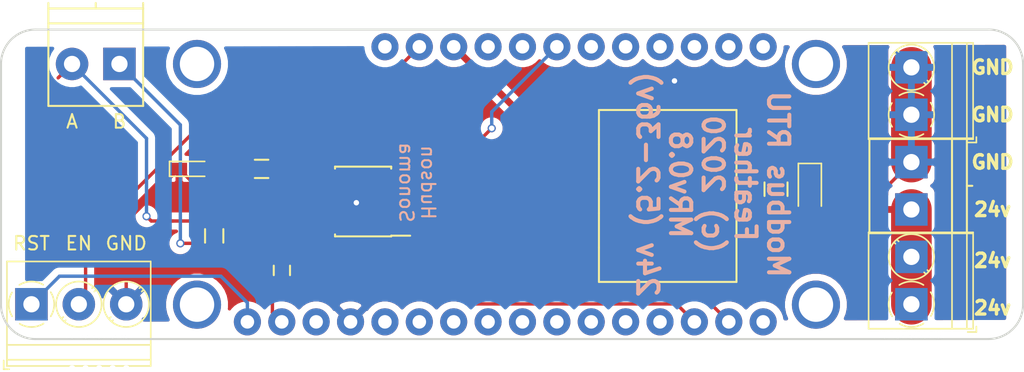
<source format=kicad_pcb>
(kicad_pcb (version 20171130) (host pcbnew "(5.1.6-0-10_14)")

  (general
    (thickness 1.6)
    (drawings 25)
    (tracks 87)
    (zones 0)
    (modules 17)
    (nets 33)
  )

  (page A4)
  (layers
    (0 F.Cu signal)
    (31 B.Cu signal)
    (32 B.Adhes user)
    (33 F.Adhes user)
    (34 B.Paste user)
    (35 F.Paste user)
    (36 B.SilkS user)
    (37 F.SilkS user)
    (38 B.Mask user)
    (39 F.Mask user)
    (40 Dwgs.User user)
    (41 Cmts.User user)
    (42 Eco1.User user)
    (43 Eco2.User user)
    (44 Edge.Cuts user)
    (45 Margin user)
    (46 B.CrtYd user)
    (47 F.CrtYd user)
    (48 B.Fab user)
    (49 F.Fab user)
  )

  (setup
    (last_trace_width 0.25)
    (user_trace_width 0.5)
    (user_trace_width 3)
    (trace_clearance 0.2)
    (zone_clearance 0.508)
    (zone_45_only no)
    (trace_min 0.2)
    (via_size 0.6)
    (via_drill 0.4)
    (via_min_size 0.4)
    (via_min_drill 0.3)
    (uvia_size 0.3)
    (uvia_drill 0.1)
    (uvias_allowed no)
    (uvia_min_size 0.2)
    (uvia_min_drill 0.1)
    (edge_width 0.15)
    (segment_width 0.2)
    (pcb_text_width 0.3)
    (pcb_text_size 1.5 1.5)
    (mod_edge_width 0.15)
    (mod_text_size 1 1)
    (mod_text_width 0.15)
    (pad_size 2.4 2.4)
    (pad_drill 1.2)
    (pad_to_mask_clearance 0.2)
    (aux_axis_origin 0 0)
    (visible_elements FFFFFF7F)
    (pcbplotparams
      (layerselection 0x010f0_ffffffff)
      (usegerberextensions true)
      (usegerberattributes false)
      (usegerberadvancedattributes false)
      (creategerberjobfile false)
      (excludeedgelayer true)
      (linewidth 0.100000)
      (plotframeref false)
      (viasonmask false)
      (mode 1)
      (useauxorigin false)
      (hpglpennumber 1)
      (hpglpenspeed 20)
      (hpglpendiameter 15.000000)
      (psnegative false)
      (psa4output false)
      (plotreference true)
      (plotvalue true)
      (plotinvisibletext false)
      (padsonsilk false)
      (subtractmaskfromsilk false)
      (outputformat 1)
      (mirror false)
      (drillshape 0)
      (scaleselection 1)
      (outputdirectory "gerbers"))
  )

  (net 0 "")
  (net 1 "Net-(U1-Pad3)")
  (net 2 "Net-(U1-Pad5)")
  (net 3 "Net-(U1-Pad6)")
  (net 4 "Net-(U1-Pad7)")
  (net 5 "Net-(U1-Pad8)")
  (net 6 "Net-(U1-Pad9)")
  (net 7 "Net-(U1-Pad10)")
  (net 8 "Net-(U1-Pad11)")
  (net 9 "Net-(U1-Pad12)")
  (net 10 "Net-(U1-Pad13)")
  (net 11 "Net-(U1-Pad17)")
  (net 12 "Net-(U1-Pad18)")
  (net 13 "Net-(U1-Pad19)")
  (net 14 "Net-(U1-Pad20)")
  (net 15 "Net-(U1-Pad21)")
  (net 16 "Net-(U1-Pad22)")
  (net 17 "Net-(U1-Pad24)")
  (net 18 "Net-(U1-Pad25)")
  (net 19 "Net-(U1-Pad28)")
  (net 20 3v3)
  (net 21 GND)
  (net 22 VUSB)
  (net 23 VIN)
  (net 24 "Net-(D2-Pad2)")
  (net 25 B)
  (net 26 A)
  (net 27 RTS)
  (net 28 RX)
  (net 29 TX)
  (net 30 v24)
  (net 31 RST)
  (net 32 EN)

  (net_class Default "This is the default net class."
    (clearance 0.2)
    (trace_width 0.25)
    (via_dia 0.6)
    (via_drill 0.4)
    (uvia_dia 0.3)
    (uvia_drill 0.1)
    (add_net 3v3)
    (add_net A)
    (add_net B)
    (add_net EN)
    (add_net GND)
    (add_net "Net-(D2-Pad2)")
    (add_net "Net-(U1-Pad10)")
    (add_net "Net-(U1-Pad11)")
    (add_net "Net-(U1-Pad12)")
    (add_net "Net-(U1-Pad13)")
    (add_net "Net-(U1-Pad17)")
    (add_net "Net-(U1-Pad18)")
    (add_net "Net-(U1-Pad19)")
    (add_net "Net-(U1-Pad20)")
    (add_net "Net-(U1-Pad21)")
    (add_net "Net-(U1-Pad22)")
    (add_net "Net-(U1-Pad24)")
    (add_net "Net-(U1-Pad25)")
    (add_net "Net-(U1-Pad28)")
    (add_net "Net-(U1-Pad3)")
    (add_net "Net-(U1-Pad5)")
    (add_net "Net-(U1-Pad6)")
    (add_net "Net-(U1-Pad7)")
    (add_net "Net-(U1-Pad8)")
    (add_net "Net-(U1-Pad9)")
    (add_net RST)
    (add_net RTS)
    (add_net RX)
    (add_net TX)
    (add_net VIN)
    (add_net VUSB)
    (add_net v24)
  )

  (module WEMOS_J:5HoleDual2mmBreak (layer F.Cu) (tedit 5A90AD58) (tstamp 5F36FEDF)
    (at 119.5 116.5)
    (fp_text reference REF** (at 0 3.2) (layer F.SilkS) hide
      (effects (font (size 1 1) (thickness 0.15)))
    )
    (fp_text value 5HoleDual2mmBreak (at 0 -3.2) (layer F.Fab) hide
      (effects (font (size 1 1) (thickness 0.15)))
    )
    (pad "" np_thru_hole circle (at -3 -1.25) (size 0.5 0.5) (drill 0.5) (layers *.Cu *.Mask))
    (pad "" np_thru_hole circle (at -2 -1.25) (size 0.5 0.5) (drill 0.5) (layers *.Cu *.Mask))
    (pad "" np_thru_hole circle (at -1 -1.25) (size 0.5 0.5) (drill 0.5) (layers *.Cu *.Mask))
    (pad "" np_thru_hole circle (at 0 -1.25) (size 0.5 0.5) (drill 0.5) (layers *.Cu *.Mask))
    (pad "" np_thru_hole circle (at 1 -1.25) (size 0.5 0.5) (drill 0.5) (layers *.Cu *.Mask))
    (pad "" np_thru_hole circle (at 1 1.25) (size 0.5 0.5) (drill 0.5) (layers *.Cu *.Mask))
    (pad "" np_thru_hole circle (at 0 1.25) (size 0.5 0.5) (drill 0.5) (layers *.Cu *.Mask))
    (pad "" np_thru_hole circle (at -1 1.25) (size 0.5 0.5) (drill 0.5) (layers *.Cu *.Mask))
    (pad "" np_thru_hole circle (at -2 1.25) (size 0.5 0.5) (drill 0.5) (layers *.Cu *.Mask))
    (pad "" np_thru_hole circle (at -3 1.25) (size 0.5 0.5) (drill 0.5) (layers *.Cu *.Mask))
  )

  (module WEMOS_J:5HoleDual2mmBreak (layer F.Cu) (tedit 5A90AD58) (tstamp 5F36FDE1)
    (at 179.5 116.5)
    (fp_text reference REF** (at 0 3.2) (layer F.SilkS) hide
      (effects (font (size 1 1) (thickness 0.15)))
    )
    (fp_text value 5HoleDual2mmBreak (at 0 -3.2) (layer F.Fab) hide
      (effects (font (size 1 1) (thickness 0.15)))
    )
    (pad "" np_thru_hole circle (at -3 -1.25) (size 0.5 0.5) (drill 0.5) (layers *.Cu *.Mask))
    (pad "" np_thru_hole circle (at -2 -1.25) (size 0.5 0.5) (drill 0.5) (layers *.Cu *.Mask))
    (pad "" np_thru_hole circle (at -1 -1.25) (size 0.5 0.5) (drill 0.5) (layers *.Cu *.Mask))
    (pad "" np_thru_hole circle (at 0 -1.25) (size 0.5 0.5) (drill 0.5) (layers *.Cu *.Mask))
    (pad "" np_thru_hole circle (at 1 -1.25) (size 0.5 0.5) (drill 0.5) (layers *.Cu *.Mask))
    (pad "" np_thru_hole circle (at 1 1.25) (size 0.5 0.5) (drill 0.5) (layers *.Cu *.Mask))
    (pad "" np_thru_hole circle (at 0 1.25) (size 0.5 0.5) (drill 0.5) (layers *.Cu *.Mask))
    (pad "" np_thru_hole circle (at -1 1.25) (size 0.5 0.5) (drill 0.5) (layers *.Cu *.Mask))
    (pad "" np_thru_hole circle (at -2 1.25) (size 0.5 0.5) (drill 0.5) (layers *.Cu *.Mask))
    (pad "" np_thru_hole circle (at -3 1.25) (size 0.5 0.5) (drill 0.5) (layers *.Cu *.Mask))
  )

  (module winely_kicad:FeatherWing (layer F.Cu) (tedit 5CCB9DE3) (tstamp 5CCB7BC5)
    (at 148.5011 104.14)
    (path /5CCB7E15)
    (fp_text reference U1 (at 0 7.62) (layer F.SilkS) hide
      (effects (font (size 1 1) (thickness 0.15)))
    )
    (fp_text value ARGON (at 0 -7.62) (layer F.Fab) hide
      (effects (font (size 1 1) (thickness 0.15)))
    )
    (pad 1 thru_hole circle (at -19.05 10.16) (size 2 2) (drill 1) (layers *.Cu *.Mask)
      (net 31 RST))
    (pad 2 thru_hole circle (at -16.51 10.16) (size 2 2) (drill 1) (layers *.Cu *.Mask)
      (net 20 3v3))
    (pad 3 thru_hole circle (at -13.97 10.16) (size 2 2) (drill 1) (layers *.Cu *.Mask)
      (net 1 "Net-(U1-Pad3)"))
    (pad 4 thru_hole circle (at -11.43 10.16) (size 2 2) (drill 1) (layers *.Cu *.Mask)
      (net 21 GND))
    (pad 5 thru_hole circle (at -8.89 10.16) (size 2 2) (drill 1) (layers *.Cu *.Mask)
      (net 2 "Net-(U1-Pad5)"))
    (pad 6 thru_hole circle (at -6.35 10.16) (size 2 2) (drill 1) (layers *.Cu *.Mask)
      (net 3 "Net-(U1-Pad6)"))
    (pad 7 thru_hole circle (at -3.81 10.16) (size 2 2) (drill 1) (layers *.Cu *.Mask)
      (net 4 "Net-(U1-Pad7)"))
    (pad 8 thru_hole circle (at -1.27 10.16) (size 2 2) (drill 1) (layers *.Cu *.Mask)
      (net 5 "Net-(U1-Pad8)"))
    (pad 9 thru_hole circle (at 1.27 10.16) (size 2 2) (drill 1) (layers *.Cu *.Mask)
      (net 6 "Net-(U1-Pad9)"))
    (pad 10 thru_hole circle (at 3.81 10.16) (size 2 2) (drill 1) (layers *.Cu *.Mask)
      (net 7 "Net-(U1-Pad10)"))
    (pad 11 thru_hole circle (at 6.35 10.16) (size 2 2) (drill 1) (layers *.Cu *.Mask)
      (net 8 "Net-(U1-Pad11)"))
    (pad 12 thru_hole circle (at 8.89 10.16) (size 2 2) (drill 1) (layers *.Cu *.Mask)
      (net 9 "Net-(U1-Pad12)"))
    (pad 13 thru_hole circle (at 11.43 10.16) (size 2 2) (drill 1) (layers *.Cu *.Mask)
      (net 10 "Net-(U1-Pad13)"))
    (pad 14 thru_hole circle (at 13.97 10.16) (size 2 2) (drill 1) (layers *.Cu *.Mask)
      (net 28 RX))
    (pad 15 thru_hole circle (at 16.51 10.16) (size 2 2) (drill 1) (layers *.Cu *.Mask)
      (net 29 TX))
    (pad 16 thru_hole circle (at 19.05 10.16) (size 2 2) (drill 1) (layers *.Cu *.Mask))
    (pad 17 thru_hole circle (at 19.05 -10.16) (size 2 2) (drill 1) (layers *.Cu *.Mask)
      (net 11 "Net-(U1-Pad17)"))
    (pad 18 thru_hole circle (at 16.51 -10.16) (size 2 2) (drill 1) (layers *.Cu *.Mask)
      (net 12 "Net-(U1-Pad18)"))
    (pad 19 thru_hole circle (at 13.97 -10.16) (size 2 2) (drill 1) (layers *.Cu *.Mask)
      (net 13 "Net-(U1-Pad19)"))
    (pad 20 thru_hole circle (at 11.43 -10.16) (size 2 2) (drill 1) (layers *.Cu *.Mask)
      (net 14 "Net-(U1-Pad20)"))
    (pad 21 thru_hole circle (at 8.89 -10.16) (size 2 2) (drill 1) (layers *.Cu *.Mask)
      (net 15 "Net-(U1-Pad21)"))
    (pad 22 thru_hole circle (at 6.35 -10.16) (size 2 2) (drill 1) (layers *.Cu *.Mask)
      (net 16 "Net-(U1-Pad22)"))
    (pad 23 thru_hole circle (at 3.81 -10.16) (size 2 2) (drill 1) (layers *.Cu *.Mask)
      (net 27 RTS))
    (pad 24 thru_hole circle (at 1.27 -10.16) (size 2 2) (drill 1) (layers *.Cu *.Mask)
      (net 17 "Net-(U1-Pad24)"))
    (pad 25 thru_hole circle (at -1.27 -10.16) (size 2 2) (drill 1) (layers *.Cu *.Mask)
      (net 18 "Net-(U1-Pad25)"))
    (pad 26 thru_hole circle (at -3.81 -10.16) (size 2 2) (drill 1) (layers *.Cu *.Mask)
      (net 22 VUSB))
    (pad 27 thru_hole circle (at -6.35 -10.16) (size 2 2) (drill 1) (layers *.Cu *.Mask)
      (net 32 EN))
    (pad 28 thru_hole circle (at -8.89 -10.16) (size 2 2) (drill 1) (layers *.Cu *.Mask)
      (net 19 "Net-(U1-Pad28)"))
  )

  (module winely_kicad:PCB_FeatherWing_4hole (layer F.Cu) (tedit 5CCB9DE0) (tstamp 5CCB7BC8)
    (at 148.59 104.14)
    (fp_text reference PCB** (at 0 1) (layer F.Fab) hide
      (effects (font (size 0.6 0.6) (thickness 0.1)))
    )
    (fp_text value VAL** (at 0 0) (layer F.Fab) hide
      (effects (font (size 0.6 0.5) (thickness 0.1)))
    )
    (fp_circle (center -8.89 -10.16) (end -8.382 -10.16) (layer Cmts.User) (width 0.05))
    (fp_circle (center -6.35 -10.16) (end -5.842 -10.16) (layer Cmts.User) (width 0.05))
    (fp_circle (center -3.81 -10.16) (end -3.302 -10.16) (layer Cmts.User) (width 0.05))
    (fp_circle (center -1.27 -10.16) (end -0.762 -10.16) (layer Cmts.User) (width 0.05))
    (fp_circle (center 1.27 -10.16) (end 1.778 -10.16) (layer Cmts.User) (width 0.05))
    (fp_circle (center 3.81 -10.16) (end 4.318 -10.16) (layer Cmts.User) (width 0.05))
    (fp_circle (center 6.35 -10.16) (end 6.858 -10.16) (layer Cmts.User) (width 0.05))
    (fp_circle (center 8.89 -10.16) (end 9.398 -10.16) (layer Cmts.User) (width 0.05))
    (fp_circle (center 11.43 -10.16) (end 11.938 -10.16) (layer Cmts.User) (width 0.05))
    (fp_circle (center 13.97 -10.16) (end 14.478 -10.16) (layer Cmts.User) (width 0.05))
    (fp_circle (center 16.51 -10.16) (end 17.018 -10.16) (layer Cmts.User) (width 0.05))
    (fp_circle (center 19.05 -10.16) (end 19.558 -10.16) (layer Cmts.User) (width 0.05))
    (fp_circle (center -19.05 10.16) (end -18.542 10.16) (layer Cmts.User) (width 0.05))
    (fp_circle (center -16.51 10.16) (end -16.002 10.16) (layer Cmts.User) (width 0.05))
    (fp_circle (center -13.97 10.16) (end -13.462 10.16) (layer Cmts.User) (width 0.05))
    (fp_circle (center -11.43 10.16) (end -10.922 10.16) (layer Cmts.User) (width 0.05))
    (fp_circle (center -8.89 10.16) (end -8.382 10.16) (layer Cmts.User) (width 0.05))
    (fp_circle (center -6.35 10.16) (end -5.842 10.16) (layer Cmts.User) (width 0.05))
    (fp_circle (center -3.81 10.16) (end -3.302 10.16) (layer Cmts.User) (width 0.05))
    (fp_circle (center -1.27 10.16) (end -0.762 10.16) (layer Cmts.User) (width 0.05))
    (fp_circle (center 1.27 10.16) (end 1.778 10.16) (layer Cmts.User) (width 0.05))
    (fp_circle (center 3.81 10.16) (end 4.318 10.16) (layer Cmts.User) (width 0.05))
    (fp_circle (center 6.35 10.16) (end 6.858 10.16) (layer Cmts.User) (width 0.05))
    (fp_circle (center 8.89 10.16) (end 9.398 10.16) (layer Cmts.User) (width 0.05))
    (fp_circle (center 11.43 10.16) (end 11.938 10.16) (layer Cmts.User) (width 0.05))
    (fp_circle (center 13.97 10.16) (end 14.478 10.16) (layer Cmts.User) (width 0.05))
    (fp_circle (center 16.51 10.16) (end 17.018 10.16) (layer Cmts.User) (width 0.05))
    (fp_line (start -9.398 -9.652) (end -8.382 -10.668) (layer Cmts.User) (width 0.05))
    (fp_line (start -6.858 -9.652) (end -5.842 -10.668) (layer Cmts.User) (width 0.05))
    (fp_line (start -4.318 -9.652) (end -3.302 -10.668) (layer Cmts.User) (width 0.05))
    (fp_line (start -1.778 -9.652) (end -0.762 -10.668) (layer Cmts.User) (width 0.05))
    (fp_line (start 0.762 -9.652) (end 1.778 -10.668) (layer Cmts.User) (width 0.05))
    (fp_line (start 3.302 -9.652) (end 4.318 -10.668) (layer Cmts.User) (width 0.05))
    (fp_line (start 5.842 -9.652) (end 6.858 -10.668) (layer Cmts.User) (width 0.05))
    (fp_line (start 8.382 -9.652) (end 9.398 -10.668) (layer Cmts.User) (width 0.05))
    (fp_line (start 10.922 -9.652) (end 11.938 -10.668) (layer Cmts.User) (width 0.05))
    (fp_line (start 13.462 -9.652) (end 14.478 -10.668) (layer Cmts.User) (width 0.05))
    (fp_line (start 16.002 -9.652) (end 17.018 -10.668) (layer Cmts.User) (width 0.05))
    (fp_line (start 18.542 -9.652) (end 19.558 -10.668) (layer Cmts.User) (width 0.05))
    (fp_line (start -19.558 10.668) (end -18.542 9.652) (layer Cmts.User) (width 0.05))
    (fp_line (start -17.018 10.668) (end -16.002 9.652) (layer Cmts.User) (width 0.05))
    (fp_line (start -14.478 10.668) (end -13.462 9.652) (layer Cmts.User) (width 0.05))
    (fp_line (start -11.938 10.668) (end -10.922 9.652) (layer Cmts.User) (width 0.05))
    (fp_line (start -9.398 10.668) (end -8.382 9.652) (layer Cmts.User) (width 0.05))
    (fp_line (start -6.858 10.668) (end -5.842 9.652) (layer Cmts.User) (width 0.05))
    (fp_line (start -4.318 10.668) (end -3.302 9.652) (layer Cmts.User) (width 0.05))
    (fp_line (start -1.778 10.668) (end -0.762 9.652) (layer Cmts.User) (width 0.05))
    (fp_line (start 0.762 10.668) (end 1.778 9.652) (layer Cmts.User) (width 0.05))
    (fp_line (start 3.302 10.668) (end 4.318 9.652) (layer Cmts.User) (width 0.05))
    (fp_line (start 5.842 10.668) (end 6.858 9.652) (layer Cmts.User) (width 0.05))
    (fp_line (start 8.382 10.668) (end 9.398 9.652) (layer Cmts.User) (width 0.05))
    (fp_line (start 10.922 10.668) (end 11.938 9.652) (layer Cmts.User) (width 0.05))
    (fp_line (start 13.462 10.668) (end 14.478 9.652) (layer Cmts.User) (width 0.05))
    (fp_line (start 16.002 10.668) (end 17.018 9.652) (layer Cmts.User) (width 0.05))
    (fp_line (start -9.398 -10.668) (end -8.382 -9.652) (layer Cmts.User) (width 0.05))
    (fp_line (start -6.858 -10.668) (end -5.842 -9.652) (layer Cmts.User) (width 0.05))
    (fp_line (start -4.318 -10.668) (end -3.302 -9.652) (layer Cmts.User) (width 0.05))
    (fp_line (start -1.778 -10.668) (end -0.762 -9.652) (layer Cmts.User) (width 0.05))
    (fp_line (start 0.762 -10.668) (end 1.778 -9.652) (layer Cmts.User) (width 0.05))
    (fp_line (start 3.302 -10.668) (end 4.318 -9.652) (layer Cmts.User) (width 0.05))
    (fp_line (start 5.842 -10.668) (end 6.858 -9.652) (layer Cmts.User) (width 0.05))
    (fp_line (start 8.382 -10.668) (end 9.398 -9.652) (layer Cmts.User) (width 0.05))
    (fp_line (start 10.922 -10.668) (end 11.938 -9.652) (layer Cmts.User) (width 0.05))
    (fp_line (start 13.462 -10.668) (end 14.478 -9.652) (layer Cmts.User) (width 0.05))
    (fp_line (start 16.002 -10.668) (end 17.018 -9.652) (layer Cmts.User) (width 0.05))
    (fp_line (start 18.542 -10.668) (end 19.558 -9.652) (layer Cmts.User) (width 0.05))
    (fp_line (start -19.558 9.652) (end -18.542 10.668) (layer Cmts.User) (width 0.05))
    (fp_line (start -17.018 9.652) (end -16.002 10.668) (layer Cmts.User) (width 0.05))
    (fp_line (start -14.478 9.652) (end -13.462 10.668) (layer Cmts.User) (width 0.05))
    (fp_line (start -11.938 9.652) (end -10.922 10.668) (layer Cmts.User) (width 0.05))
    (fp_line (start -9.398 9.652) (end -8.382 10.668) (layer Cmts.User) (width 0.05))
    (fp_line (start -6.858 9.652) (end -5.842 10.668) (layer Cmts.User) (width 0.05))
    (fp_line (start -4.318 9.652) (end -3.302 10.668) (layer Cmts.User) (width 0.05))
    (fp_line (start -1.778 9.652) (end -0.762 10.668) (layer Cmts.User) (width 0.05))
    (fp_line (start 0.762 9.652) (end 1.778 10.668) (layer Cmts.User) (width 0.05))
    (fp_line (start 3.302 9.652) (end 4.318 10.668) (layer Cmts.User) (width 0.05))
    (fp_line (start 5.842 9.652) (end 6.858 10.668) (layer Cmts.User) (width 0.05))
    (fp_line (start 8.382 9.652) (end 9.398 10.668) (layer Cmts.User) (width 0.05))
    (fp_line (start 10.922 9.652) (end 11.938 10.668) (layer Cmts.User) (width 0.05))
    (fp_line (start 13.462 9.652) (end 14.478 10.668) (layer Cmts.User) (width 0.05))
    (fp_line (start 16.002 9.652) (end 17.018 10.668) (layer Cmts.User) (width 0.05))
    (fp_line (start 18.542 9.652) (end 19.558 10.668) (layer Cmts.User) (width 0.05))
    (fp_line (start 18.542 10.668) (end 19.558 9.652) (layer Cmts.User) (width 0.05))
    (fp_circle (center 19.05 10.16) (end 19.558 10.16) (layer Cmts.User) (width 0.05))
    (fp_line (start 22.86 -11.43) (end -22.86 -11.43) (layer Dwgs.User) (width 0.05))
    (fp_line (start 25.4 8.89) (end 25.4 -8.89) (layer Dwgs.User) (width 0.05))
    (fp_line (start -22.86 11.43) (end 22.86 11.43) (layer Dwgs.User) (width 0.05))
    (fp_line (start -25.4 -8.89) (end -25.4 8.89) (layer Dwgs.User) (width 0.05))
    (fp_text user 12 (at -8.89 -10.922) (layer Cmts.User)
      (effects (font (size 0.3 0.25) (thickness 0.03)))
    )
    (fp_text user 11 (at -6.35 -10.922) (layer Cmts.User)
      (effects (font (size 0.3 0.25) (thickness 0.03)))
    )
    (fp_text user 10 (at -3.81 -10.922) (layer Cmts.User)
      (effects (font (size 0.3 0.25) (thickness 0.03)))
    )
    (fp_text user 9 (at -1.27 -10.922) (layer Cmts.User)
      (effects (font (size 0.3 0.25) (thickness 0.03)))
    )
    (fp_text user 8 (at 1.27 -10.922) (layer Cmts.User)
      (effects (font (size 0.3 0.25) (thickness 0.03)))
    )
    (fp_text user 7 (at 3.81 -10.922) (layer Cmts.User)
      (effects (font (size 0.3 0.25) (thickness 0.03)))
    )
    (fp_text user 6 (at 6.35 -10.922) (layer Cmts.User)
      (effects (font (size 0.3 0.25) (thickness 0.03)))
    )
    (fp_text user 5 (at 8.89 -10.922) (layer Cmts.User)
      (effects (font (size 0.3 0.25) (thickness 0.03)))
    )
    (fp_text user 4 (at 11.43 -10.922) (layer Cmts.User)
      (effects (font (size 0.3 0.25) (thickness 0.03)))
    )
    (fp_text user 3 (at 13.97 -10.922) (layer Cmts.User)
      (effects (font (size 0.3 0.25) (thickness 0.03)))
    )
    (fp_text user 2 (at 16.51 -10.922) (layer Cmts.User)
      (effects (font (size 0.3 0.25) (thickness 0.03)))
    )
    (fp_text user 1 (at 19.05 -10.922) (layer Cmts.User)
      (effects (font (size 0.3 0.25) (thickness 0.03)))
    )
    (fp_text user 16 (at -19.05 10.922) (layer Cmts.User)
      (effects (font (size 0.3 0.25) (thickness 0.03)))
    )
    (fp_text user 15 (at -16.51 10.922) (layer Cmts.User)
      (effects (font (size 0.3 0.25) (thickness 0.03)))
    )
    (fp_text user 14 (at -13.97 10.922) (layer Cmts.User)
      (effects (font (size 0.3 0.25) (thickness 0.03)))
    )
    (fp_text user 13 (at -11.43 10.922) (layer Cmts.User)
      (effects (font (size 0.3 0.25) (thickness 0.03)))
    )
    (fp_text user 12 (at -8.89 10.922) (layer Cmts.User)
      (effects (font (size 0.3 0.25) (thickness 0.03)))
    )
    (fp_text user 11 (at -6.35 10.922) (layer Cmts.User)
      (effects (font (size 0.3 0.25) (thickness 0.03)))
    )
    (fp_text user 10 (at -3.81 10.922) (layer Cmts.User)
      (effects (font (size 0.3 0.25) (thickness 0.03)))
    )
    (fp_text user 9 (at -1.27 10.922) (layer Cmts.User)
      (effects (font (size 0.3 0.25) (thickness 0.03)))
    )
    (fp_text user 8 (at 1.27 10.922) (layer Cmts.User)
      (effects (font (size 0.3 0.25) (thickness 0.03)))
    )
    (fp_text user 7 (at 3.81 10.922) (layer Cmts.User)
      (effects (font (size 0.3 0.25) (thickness 0.03)))
    )
    (fp_text user 6 (at 6.35 10.922) (layer Cmts.User)
      (effects (font (size 0.3 0.25) (thickness 0.03)))
    )
    (fp_text user 5 (at 8.89 10.922) (layer Cmts.User)
      (effects (font (size 0.3 0.25) (thickness 0.03)))
    )
    (fp_text user 4 (at 11.43 10.922) (layer Cmts.User)
      (effects (font (size 0.3 0.25) (thickness 0.03)))
    )
    (fp_text user 3 (at 13.97 10.922) (layer Cmts.User)
      (effects (font (size 0.3 0.25) (thickness 0.03)))
    )
    (fp_text user 2 (at 16.51 10.922) (layer Cmts.User)
      (effects (font (size 0.3 0.25) (thickness 0.03)))
    )
    (fp_text user 1 (at 19.05 10.922) (layer Cmts.User)
      (effects (font (size 0.3 0.25) (thickness 0.03)))
    )
    (fp_arc (start 22.86 -8.89) (end 22.86 -11.43) (angle 90) (layer Dwgs.User) (width 0.05))
    (fp_arc (start 22.86 8.89) (end 22.86 11.43) (angle -88.9) (layer Dwgs.User) (width 0.05))
    (fp_arc (start -22.86 8.89) (end -22.86 11.43) (angle 90) (layer Dwgs.User) (width 0.05))
    (fp_arc (start -22.86 -8.89) (end -25.4 -8.89) (angle 90) (layer Dwgs.User) (width 0.05))
    (fp_text user %R (at 17.78 8.89 180) (layer Eco1.User)
      (effects (font (size 0.3 0.3) (thickness 0.03)))
    )
    (pad "" np_thru_hole circle (at 22.86 8.89) (size 3.556 3.556) (drill 2.54) (layers *.Cu *.Mask))
    (pad "" np_thru_hole circle (at -22.86 8.89) (size 3.556 3.556) (drill 2.54) (layers *.Cu *.Mask))
    (pad "" np_thru_hole circle (at 22.86 -8.89) (size 3.556 3.556) (drill 2.54) (layers *.Cu *.Mask))
    (pad "" np_thru_hole circle (at -22.86 -8.89) (size 3.556 3.556) (drill 2.54) (layers *.Cu *.Mask))
  )

  (module Capacitors_SMD:C_0603_HandSoldering (layer F.Cu) (tedit 5CCB9CFD) (tstamp 5CCB9C51)
    (at 132 110.5 270)
    (descr "Capacitor SMD 0603, hand soldering")
    (tags "capacitor 0603")
    (path /5CCB850B)
    (attr smd)
    (fp_text reference C1 (at 0 -1.9 270) (layer F.Fab) hide
      (effects (font (size 1 1) (thickness 0.15)))
    )
    (fp_text value 0.1uF (at 0 1.9 270) (layer F.Fab) hide
      (effects (font (size 1 1) (thickness 0.15)))
    )
    (fp_line (start -0.8 0.4) (end -0.8 -0.4) (layer F.Fab) (width 0.15))
    (fp_line (start 0.8 0.4) (end -0.8 0.4) (layer F.Fab) (width 0.15))
    (fp_line (start 0.8 -0.4) (end 0.8 0.4) (layer F.Fab) (width 0.15))
    (fp_line (start -0.8 -0.4) (end 0.8 -0.4) (layer F.Fab) (width 0.15))
    (fp_line (start -1.85 -0.75) (end 1.85 -0.75) (layer F.CrtYd) (width 0.05))
    (fp_line (start -1.85 0.75) (end 1.85 0.75) (layer F.CrtYd) (width 0.05))
    (fp_line (start -1.85 -0.75) (end -1.85 0.75) (layer F.CrtYd) (width 0.05))
    (fp_line (start 1.85 -0.75) (end 1.85 0.75) (layer F.CrtYd) (width 0.05))
    (fp_line (start -0.35 -0.6) (end 0.35 -0.6) (layer F.SilkS) (width 0.15))
    (fp_line (start 0.35 0.6) (end -0.35 0.6) (layer F.SilkS) (width 0.15))
    (pad 1 smd rect (at -0.95 0 270) (size 1.2 0.75) (layers F.Cu F.Paste F.Mask)
      (net 20 3v3))
    (pad 2 smd rect (at 0.95 0 270) (size 1.2 0.75) (layers F.Cu F.Paste F.Mask)
      (net 21 GND))
    (model Capacitors_SMD.3dshapes/C_0603_HandSoldering.wrl
      (at (xyz 0 0 0))
      (scale (xyz 1 1 1))
      (rotate (xyz 0 0 0))
    )
  )

  (module Capacitors_SMD:C_0805_HandSoldering (layer F.Cu) (tedit 5CCB9D04) (tstamp 5D670658)
    (at 168.5 104.5 90)
    (descr "Capacitor SMD 0805, hand soldering")
    (tags "capacitor 0805")
    (path /5CCB95DA)
    (attr smd)
    (fp_text reference C2 (at 0 -2.1 90) (layer F.Fab) hide
      (effects (font (size 1 1) (thickness 0.15)))
    )
    (fp_text value 10uF (at 4.13 -0.14 90) (layer F.Fab) hide
      (effects (font (size 1 1) (thickness 0.15)))
    )
    (fp_line (start -1 0.625) (end -1 -0.625) (layer F.Fab) (width 0.15))
    (fp_line (start 1 0.625) (end -1 0.625) (layer F.Fab) (width 0.15))
    (fp_line (start 1 -0.625) (end 1 0.625) (layer F.Fab) (width 0.15))
    (fp_line (start -1 -0.625) (end 1 -0.625) (layer F.Fab) (width 0.15))
    (fp_line (start -2.3 -1) (end 2.3 -1) (layer F.CrtYd) (width 0.05))
    (fp_line (start -2.3 1) (end 2.3 1) (layer F.CrtYd) (width 0.05))
    (fp_line (start -2.3 -1) (end -2.3 1) (layer F.CrtYd) (width 0.05))
    (fp_line (start 2.3 -1) (end 2.3 1) (layer F.CrtYd) (width 0.05))
    (fp_line (start 0.5 -0.85) (end -0.5 -0.85) (layer F.SilkS) (width 0.15))
    (fp_line (start -0.5 0.85) (end 0.5 0.85) (layer F.SilkS) (width 0.15))
    (pad 1 smd rect (at -1.25 0 90) (size 1.5 1.25) (layers F.Cu F.Paste F.Mask)
      (net 21 GND))
    (pad 2 smd rect (at 1.25 0 90) (size 1.5 1.25) (layers F.Cu F.Paste F.Mask)
      (net 23 VIN))
    (model Capacitors_SMD.3dshapes/C_0805_HandSoldering.wrl
      (at (xyz 0 0 0))
      (scale (xyz 1 1 1))
      (rotate (xyz 0 0 0))
    )
  )

  (module Diodes_SMD:D_SOD-323_HandSoldering (layer F.Cu) (tedit 5CCB9CD5) (tstamp 5CCB9C5D)
    (at 171 104.5 270)
    (descr SOD-323)
    (tags SOD-323)
    (path /5CCB868B)
    (attr smd)
    (fp_text reference D1 (at 0 -1.85 270) (layer F.Fab) hide
      (effects (font (size 1 1) (thickness 0.15)))
    )
    (fp_text value D_Schottky (at -1.75 1.86 270) (layer F.Fab) hide
      (effects (font (size 1 1) (thickness 0.15)))
    )
    (fp_line (start -1.9 -0.85) (end -1.9 0.85) (layer F.SilkS) (width 0.12))
    (fp_line (start 0.2 0) (end 0.45 0) (layer F.Fab) (width 0.1))
    (fp_line (start 0.2 0.35) (end -0.3 0) (layer F.Fab) (width 0.1))
    (fp_line (start 0.2 -0.35) (end 0.2 0.35) (layer F.Fab) (width 0.1))
    (fp_line (start -0.3 0) (end 0.2 -0.35) (layer F.Fab) (width 0.1))
    (fp_line (start -0.3 0) (end -0.5 0) (layer F.Fab) (width 0.1))
    (fp_line (start -0.3 -0.35) (end -0.3 0.35) (layer F.Fab) (width 0.1))
    (fp_line (start -0.9 0.7) (end -0.9 -0.7) (layer F.Fab) (width 0.1))
    (fp_line (start 0.9 0.7) (end -0.9 0.7) (layer F.Fab) (width 0.1))
    (fp_line (start 0.9 -0.7) (end 0.9 0.7) (layer F.Fab) (width 0.1))
    (fp_line (start -0.9 -0.7) (end 0.9 -0.7) (layer F.Fab) (width 0.1))
    (fp_line (start -2 -0.95) (end 2 -0.95) (layer F.CrtYd) (width 0.05))
    (fp_line (start 2 -0.95) (end 2 0.95) (layer F.CrtYd) (width 0.05))
    (fp_line (start -2 0.95) (end 2 0.95) (layer F.CrtYd) (width 0.05))
    (fp_line (start -2 -0.95) (end -2 0.95) (layer F.CrtYd) (width 0.05))
    (fp_line (start -1.9 0.85) (end 1.25 0.85) (layer F.SilkS) (width 0.12))
    (fp_line (start -1.9 -0.85) (end 1.25 -0.85) (layer F.SilkS) (width 0.12))
    (fp_text user %R (at 0 -1.85 270) (layer F.Fab) hide
      (effects (font (size 1 1) (thickness 0.15)))
    )
    (pad 1 smd rect (at -1.25 0 270) (size 1 1) (layers F.Cu F.Paste F.Mask)
      (net 23 VIN))
    (pad 2 smd rect (at 1.25 0 270) (size 1 1) (layers F.Cu F.Paste F.Mask)
      (net 30 v24))
    (model ${KISYS3DMOD}/Diodes_SMD.3dshapes/D_SOD-323.wrl
      (at (xyz 0 0 0))
      (scale (xyz 1 1 1))
      (rotate (xyz 0 0 0))
    )
  )

  (module LEDs:LED_0603_HandSoldering (layer F.Cu) (tedit 5CCB9D83) (tstamp 5CCB9C63)
    (at 125.5 103)
    (descr "LED SMD 0603, hand soldering")
    (tags "LED 0603")
    (path /5CCB833C)
    (attr smd)
    (fp_text reference D2 (at 0 -1.45) (layer F.Fab) hide
      (effects (font (size 1 1) (thickness 0.15)))
    )
    (fp_text value LED (at 0 1.55) (layer F.Fab) hide
      (effects (font (size 1 1) (thickness 0.15)))
    )
    (fp_line (start -1.8 -0.55) (end -1.8 0.55) (layer F.SilkS) (width 0.12))
    (fp_line (start -0.2 -0.2) (end -0.2 0.2) (layer F.Fab) (width 0.1))
    (fp_line (start -0.15 0) (end 0.15 -0.2) (layer F.Fab) (width 0.1))
    (fp_line (start 0.15 0.2) (end -0.15 0) (layer F.Fab) (width 0.1))
    (fp_line (start 0.15 -0.2) (end 0.15 0.2) (layer F.Fab) (width 0.1))
    (fp_line (start 0.8 0.4) (end -0.8 0.4) (layer F.Fab) (width 0.1))
    (fp_line (start 0.8 -0.4) (end 0.8 0.4) (layer F.Fab) (width 0.1))
    (fp_line (start -0.8 -0.4) (end 0.8 -0.4) (layer F.Fab) (width 0.1))
    (fp_line (start -1.8 0.55) (end 0.8 0.55) (layer F.SilkS) (width 0.12))
    (fp_line (start -1.8 -0.55) (end 0.8 -0.55) (layer F.SilkS) (width 0.12))
    (fp_line (start -1.96 -0.7) (end 1.95 -0.7) (layer F.CrtYd) (width 0.05))
    (fp_line (start -1.96 -0.7) (end -1.96 0.7) (layer F.CrtYd) (width 0.05))
    (fp_line (start 1.95 0.7) (end 1.95 -0.7) (layer F.CrtYd) (width 0.05))
    (fp_line (start 1.95 0.7) (end -1.96 0.7) (layer F.CrtYd) (width 0.05))
    (fp_line (start -0.8 -0.4) (end -0.8 0.4) (layer F.Fab) (width 0.1))
    (pad 1 smd rect (at -1.1 0) (size 1.2 0.9) (layers F.Cu F.Paste F.Mask)
      (net 21 GND))
    (pad 2 smd rect (at 1.1 0) (size 1.2 0.9) (layers F.Cu F.Paste F.Mask)
      (net 24 "Net-(D2-Pad2)"))
    (model ${KISYS3DMOD}/LEDs.3dshapes/LED_0603.wrl
      (at (xyz 0 0 0))
      (scale (xyz 1 1 1))
      (rotate (xyz 0 0 180))
    )
  )

  (module Resistors_SMD:R_0603_HandSoldering (layer F.Cu) (tedit 5CCB9D7D) (tstamp 5CCB9C75)
    (at 130.5 103 180)
    (descr "Resistor SMD 0603, hand soldering")
    (tags "resistor 0603")
    (path /5CCB82F9)
    (attr smd)
    (fp_text reference R1 (at 0 -1.9 180) (layer F.Fab) hide
      (effects (font (size 1 1) (thickness 0.15)))
    )
    (fp_text value 330 (at -1.49 1.54 180) (layer F.Fab) hide
      (effects (font (size 1 1) (thickness 0.15)))
    )
    (fp_line (start -0.8 0.4) (end -0.8 -0.4) (layer F.Fab) (width 0.1))
    (fp_line (start 0.8 0.4) (end -0.8 0.4) (layer F.Fab) (width 0.1))
    (fp_line (start 0.8 -0.4) (end 0.8 0.4) (layer F.Fab) (width 0.1))
    (fp_line (start -0.8 -0.4) (end 0.8 -0.4) (layer F.Fab) (width 0.1))
    (fp_line (start -2 -0.8) (end 2 -0.8) (layer F.CrtYd) (width 0.05))
    (fp_line (start -2 0.8) (end 2 0.8) (layer F.CrtYd) (width 0.05))
    (fp_line (start -2 -0.8) (end -2 0.8) (layer F.CrtYd) (width 0.05))
    (fp_line (start 2 -0.8) (end 2 0.8) (layer F.CrtYd) (width 0.05))
    (fp_line (start 0.5 0.675) (end -0.5 0.675) (layer F.SilkS) (width 0.15))
    (fp_line (start -0.5 -0.675) (end 0.5 -0.675) (layer F.SilkS) (width 0.15))
    (pad 1 smd rect (at -1.1 0 180) (size 1.2 0.9) (layers F.Cu F.Paste F.Mask)
      (net 27 RTS))
    (pad 2 smd rect (at 1.1 0 180) (size 1.2 0.9) (layers F.Cu F.Paste F.Mask)
      (net 24 "Net-(D2-Pad2)"))
    (model Resistors_SMD.3dshapes/R_0603_HandSoldering.wrl
      (at (xyz 0 0 0))
      (scale (xyz 1 1 1))
      (rotate (xyz 0 0 0))
    )
  )

  (module Resistors_SMD:R_0603_HandSoldering (layer F.Cu) (tedit 5CCB9DBA) (tstamp 5CCB9C7B)
    (at 127 107.95 90)
    (descr "Resistor SMD 0603, hand soldering")
    (tags "resistor 0603")
    (path /5CCB83E2)
    (attr smd)
    (fp_text reference R2 (at 0 -1.9 270) (layer F.Fab) hide
      (effects (font (size 1 1) (thickness 0.15)))
    )
    (fp_text value 220 (at 0 1.9 270) (layer F.Fab) hide
      (effects (font (size 1 1) (thickness 0.15)))
    )
    (fp_line (start -0.8 0.4) (end -0.8 -0.4) (layer F.Fab) (width 0.1))
    (fp_line (start 0.8 0.4) (end -0.8 0.4) (layer F.Fab) (width 0.1))
    (fp_line (start 0.8 -0.4) (end 0.8 0.4) (layer F.Fab) (width 0.1))
    (fp_line (start -0.8 -0.4) (end 0.8 -0.4) (layer F.Fab) (width 0.1))
    (fp_line (start -2 -0.8) (end 2 -0.8) (layer F.CrtYd) (width 0.05))
    (fp_line (start -2 0.8) (end 2 0.8) (layer F.CrtYd) (width 0.05))
    (fp_line (start -2 -0.8) (end -2 0.8) (layer F.CrtYd) (width 0.05))
    (fp_line (start 2 -0.8) (end 2 0.8) (layer F.CrtYd) (width 0.05))
    (fp_line (start 0.5 0.675) (end -0.5 0.675) (layer F.SilkS) (width 0.15))
    (fp_line (start -0.5 -0.675) (end 0.5 -0.675) (layer F.SilkS) (width 0.15))
    (pad 1 smd rect (at -1.1 0 90) (size 1.2 0.9) (layers F.Cu F.Paste F.Mask)
      (net 25 B))
    (pad 2 smd rect (at 1.1 0 90) (size 1.2 0.9) (layers F.Cu F.Paste F.Mask)
      (net 26 A))
    (model Resistors_SMD.3dshapes/R_0603_HandSoldering.wrl
      (at (xyz 0 0 0))
      (scale (xyz 1 1 1))
      (rotate (xyz 0 0 0))
    )
  )

  (module Housings_SOIC:SOIC-8_3.9x4.9mm_Pitch1.27mm (layer F.Cu) (tedit 5CCB9DEB) (tstamp 5CCB9C87)
    (at 138 105.41 180)
    (descr "8-Lead Plastic Small Outline (SN) - Narrow, 3.90 mm Body [SOIC] (see Microchip Packaging Specification 00000049BS.pdf)")
    (tags "SOIC 1.27")
    (path /5CCB91CC)
    (attr smd)
    (fp_text reference U2 (at 0 -3.5) (layer F.Fab) hide
      (effects (font (size 1 1) (thickness 0.15)))
    )
    (fp_text value SP3485 (at 0 3.5) (layer F.Fab) hide
      (effects (font (size 1 1) (thickness 0.15)))
    )
    (fp_line (start -0.95 -2.45) (end 1.95 -2.45) (layer F.Fab) (width 0.15))
    (fp_line (start 1.95 -2.45) (end 1.95 2.45) (layer F.Fab) (width 0.15))
    (fp_line (start 1.95 2.45) (end -1.95 2.45) (layer F.Fab) (width 0.15))
    (fp_line (start -1.95 2.45) (end -1.95 -1.45) (layer F.Fab) (width 0.15))
    (fp_line (start -1.95 -1.45) (end -0.95 -2.45) (layer F.Fab) (width 0.15))
    (fp_line (start -3.75 -2.75) (end -3.75 2.75) (layer F.CrtYd) (width 0.05))
    (fp_line (start 3.75 -2.75) (end 3.75 2.75) (layer F.CrtYd) (width 0.05))
    (fp_line (start -3.75 -2.75) (end 3.75 -2.75) (layer F.CrtYd) (width 0.05))
    (fp_line (start -3.75 2.75) (end 3.75 2.75) (layer F.CrtYd) (width 0.05))
    (fp_line (start -2.075 -2.575) (end -2.075 -2.525) (layer F.SilkS) (width 0.15))
    (fp_line (start 2.075 -2.575) (end 2.075 -2.43) (layer F.SilkS) (width 0.15))
    (fp_line (start 2.075 2.575) (end 2.075 2.43) (layer F.SilkS) (width 0.15))
    (fp_line (start -2.075 2.575) (end -2.075 2.43) (layer F.SilkS) (width 0.15))
    (fp_line (start -2.075 -2.575) (end 2.075 -2.575) (layer F.SilkS) (width 0.15))
    (fp_line (start -2.075 2.575) (end 2.075 2.575) (layer F.SilkS) (width 0.15))
    (fp_line (start -2.075 -2.525) (end -3.475 -2.525) (layer F.SilkS) (width 0.15))
    (pad 1 smd rect (at -2.7 -1.905 180) (size 1.55 0.6) (layers F.Cu F.Paste F.Mask)
      (net 28 RX))
    (pad 2 smd rect (at -2.7 -0.635 180) (size 1.55 0.6) (layers F.Cu F.Paste F.Mask)
      (net 27 RTS))
    (pad 3 smd rect (at -2.7 0.635 180) (size 1.55 0.6) (layers F.Cu F.Paste F.Mask)
      (net 27 RTS))
    (pad 4 smd rect (at -2.7 1.905 180) (size 1.55 0.6) (layers F.Cu F.Paste F.Mask)
      (net 29 TX))
    (pad 5 smd rect (at 2.7 1.905 180) (size 1.55 0.6) (layers F.Cu F.Paste F.Mask)
      (net 21 GND))
    (pad 6 smd rect (at 2.7 0.635 180) (size 1.55 0.6) (layers F.Cu F.Paste F.Mask)
      (net 26 A))
    (pad 7 smd rect (at 2.7 -0.635 180) (size 1.55 0.6) (layers F.Cu F.Paste F.Mask)
      (net 25 B))
    (pad 8 smd rect (at 2.7 -1.905 180) (size 1.55 0.6) (layers F.Cu F.Paste F.Mask)
      (net 20 3v3))
    (model Housings_SOIC.3dshapes/SOIC-8_3.9x4.9mm_Pitch1.27mm.wrl
      (at (xyz 0 0 0))
      (scale (xyz 1 1 1))
      (rotate (xyz 0 0 0))
    )
  )

  (module Connectors_Terminal_Blocks:TerminalBlock_Pheonix_PT-3.5mm_2pol (layer F.Cu) (tedit 5F35C553) (tstamp 5CCBA23F)
    (at 178.5 106 90)
    (descr "2-way 3.5mm pitch terminal block, Phoenix PT series")
    (path /5CCB873F)
    (fp_text reference J1 (at 1.75 -4.3 270) (layer F.Fab)
      (effects (font (size 1 1) (thickness 0.15)))
    )
    (fp_text value Conn_01x02 (at 1.75 6 270) (layer F.Fab) hide
      (effects (font (size 1 1) (thickness 0.15)))
    )
    (fp_line (start -1.9 -3.3) (end 5.4 -3.3) (layer F.CrtYd) (width 0.05))
    (fp_line (start -1.9 4.7) (end -1.9 -3.3) (layer F.CrtYd) (width 0.05))
    (fp_line (start 5.4 4.7) (end -1.9 4.7) (layer F.CrtYd) (width 0.05))
    (fp_line (start 5.4 -3.3) (end 5.4 4.7) (layer F.CrtYd) (width 0.05))
    (fp_line (start 1.75 4.1) (end 1.75 4.5) (layer F.SilkS) (width 0.15))
    (fp_line (start -1.75 3) (end 5.25 3) (layer F.SilkS) (width 0.15))
    (fp_line (start -1.75 4.1) (end 5.25 4.1) (layer F.SilkS) (width 0.15))
    (fp_line (start -1.75 -3.1) (end -1.75 4.5) (layer F.SilkS) (width 0.15))
    (fp_line (start 5.25 4.5) (end 5.25 -3.1) (layer F.SilkS) (width 0.15))
    (fp_line (start 5.25 -3.1) (end -1.75 -3.1) (layer F.SilkS) (width 0.15))
    (pad 2 thru_hole rect (at 3.5 0 90) (size 2.4 2.4) (drill 1.2) (layers *.Cu *.Mask)
      (net 21 GND))
    (pad 1 thru_hole rect (at 0 0 90) (size 2.4 2.4) (drill 1.2) (layers *.Cu *.Mask)
      (net 30 v24))
    (model Terminal_Blocks.3dshapes/TerminalBlock_Pheonix_PT-3.5mm_2pol.wrl
      (at (xyz 0 0 0))
      (scale (xyz 1 1 1))
      (rotate (xyz 0 0 0))
    )
  )

  (module Connectors_Terminal_Blocks:TerminalBlock_Pheonix_PT-3.5mm_2pol (layer F.Cu) (tedit 5CCBA22E) (tstamp 5F362162)
    (at 120 95.25 180)
    (descr "2-way 3.5mm pitch terminal block, Phoenix PT series")
    (path /5CCB8843)
    (fp_text reference J2 (at 1.75 -4.3 180) (layer F.Fab) hide
      (effects (font (size 1 1) (thickness 0.15)))
    )
    (fp_text value Conn_01x02 (at 1.75 6 180) (layer F.Fab) hide
      (effects (font (size 1 1) (thickness 0.15)))
    )
    (fp_line (start -1.9 -3.3) (end 5.4 -3.3) (layer F.CrtYd) (width 0.05))
    (fp_line (start -1.9 4.7) (end -1.9 -3.3) (layer F.CrtYd) (width 0.05))
    (fp_line (start 5.4 4.7) (end -1.9 4.7) (layer F.CrtYd) (width 0.05))
    (fp_line (start 5.4 -3.3) (end 5.4 4.7) (layer F.CrtYd) (width 0.05))
    (fp_line (start 1.75 4.1) (end 1.75 4.5) (layer F.SilkS) (width 0.15))
    (fp_line (start -1.75 3) (end 5.25 3) (layer F.SilkS) (width 0.15))
    (fp_line (start -1.75 4.1) (end 5.25 4.1) (layer F.SilkS) (width 0.15))
    (fp_line (start -1.75 -3.1) (end -1.75 4.5) (layer F.SilkS) (width 0.15))
    (fp_line (start 5.25 4.5) (end 5.25 -3.1) (layer F.SilkS) (width 0.15))
    (fp_line (start 5.25 -3.1) (end -1.75 -3.1) (layer F.SilkS) (width 0.15))
    (pad 2 thru_hole circle (at 3.5 0 180) (size 2.4 2.4) (drill 1.2) (layers *.Cu *.Mask)
      (net 26 A))
    (pad 1 thru_hole rect (at 0 0 180) (size 2.4 2.4) (drill 1.2) (layers *.Cu *.Mask)
      (net 25 B))
    (model Terminal_Blocks.3dshapes/TerminalBlock_Pheonix_PT-3.5mm_2pol.wrl
      (at (xyz 0 0 0))
      (scale (xyz 1 1 1))
      (rotate (xyz 0 0 0))
    )
  )

  (module TerminalBlock_Phoenix:TerminalBlock_Phoenix_PT-1,5-2-3.5-H_1x02_P3.50mm_Horizontal (layer F.Cu) (tedit 5F35C578) (tstamp 5F35FF4E)
    (at 178.5 113 90)
    (descr "Terminal Block Phoenix PT-1,5-2-3.5-H, 2 pins, pitch 3.5mm, size 7x7.6mm^2, drill diamater 1.2mm, pad diameter 2.4mm, see , script-generated using https://github.com/pointhi/kicad-footprint-generator/scripts/TerminalBlock_Phoenix")
    (tags "THT Terminal Block Phoenix PT-1,5-2-3.5-H pitch 3.5mm size 7x7.6mm^2 drill 1.2mm pad 2.4mm")
    (path /5F3659C4)
    (fp_text reference J5 (at 1.75 -4.16 90) (layer F.SilkS) hide
      (effects (font (size 1 1) (thickness 0.15)))
    )
    (fp_text value Conn_01x02 (at 1.75 5.56 90) (layer F.Fab) hide
      (effects (font (size 1 1) (thickness 0.15)))
    )
    (fp_circle (center 0 0) (end 1.5 0) (layer F.Fab) (width 0.1))
    (fp_circle (center 3.5 0) (end 5 0) (layer F.Fab) (width 0.1))
    (fp_circle (center 3.5 0) (end 5.18 0) (layer F.SilkS) (width 0.12))
    (fp_line (start -1.75 -3.1) (end 5.25 -3.1) (layer F.Fab) (width 0.1))
    (fp_line (start 5.25 -3.1) (end 5.25 4.5) (layer F.Fab) (width 0.1))
    (fp_line (start 5.25 4.5) (end -1.35 4.5) (layer F.Fab) (width 0.1))
    (fp_line (start -1.35 4.5) (end -1.75 4.1) (layer F.Fab) (width 0.1))
    (fp_line (start -1.75 4.1) (end -1.75 -3.1) (layer F.Fab) (width 0.1))
    (fp_line (start -1.75 4.1) (end 5.25 4.1) (layer F.Fab) (width 0.1))
    (fp_line (start -1.81 4.1) (end 5.31 4.1) (layer F.SilkS) (width 0.12))
    (fp_line (start -1.75 3) (end 5.25 3) (layer F.Fab) (width 0.1))
    (fp_line (start -1.81 3) (end 5.31 3) (layer F.SilkS) (width 0.12))
    (fp_line (start -1.81 -3.16) (end 5.31 -3.16) (layer F.SilkS) (width 0.12))
    (fp_line (start -1.81 4.56) (end 5.31 4.56) (layer F.SilkS) (width 0.12))
    (fp_line (start -1.81 -3.16) (end -1.81 4.56) (layer F.SilkS) (width 0.12))
    (fp_line (start 5.31 -3.16) (end 5.31 4.56) (layer F.SilkS) (width 0.12))
    (fp_line (start 1.138 -0.955) (end -0.955 1.138) (layer F.Fab) (width 0.1))
    (fp_line (start 0.955 -1.138) (end -1.138 0.955) (layer F.Fab) (width 0.1))
    (fp_line (start 4.638 -0.955) (end 2.546 1.138) (layer F.Fab) (width 0.1))
    (fp_line (start 4.455 -1.138) (end 2.363 0.955) (layer F.Fab) (width 0.1))
    (fp_line (start 4.775 -1.069) (end 4.646 -0.941) (layer F.SilkS) (width 0.12))
    (fp_line (start 2.525 1.181) (end 2.431 1.274) (layer F.SilkS) (width 0.12))
    (fp_line (start 4.57 -1.275) (end 4.476 -1.181) (layer F.SilkS) (width 0.12))
    (fp_line (start 2.355 0.941) (end 2.226 1.069) (layer F.SilkS) (width 0.12))
    (fp_line (start -2.05 4.16) (end -2.05 4.8) (layer F.SilkS) (width 0.12))
    (fp_line (start -2.05 4.8) (end -1.65 4.8) (layer F.SilkS) (width 0.12))
    (fp_line (start -2.25 -3.6) (end -2.25 5) (layer F.CrtYd) (width 0.05))
    (fp_line (start -2.25 5) (end 5.75 5) (layer F.CrtYd) (width 0.05))
    (fp_line (start 5.75 5) (end 5.75 -3.6) (layer F.CrtYd) (width 0.05))
    (fp_line (start 5.75 -3.6) (end -2.25 -3.6) (layer F.CrtYd) (width 0.05))
    (fp_arc (start 0 0) (end 0 1.68) (angle -32) (layer F.SilkS) (width 0.12))
    (fp_arc (start 0 0) (end 1.425 0.891) (angle -64) (layer F.SilkS) (width 0.12))
    (fp_arc (start 0 0) (end 0.866 -1.44) (angle -63) (layer F.SilkS) (width 0.12))
    (fp_arc (start 0 0) (end -1.44 -0.866) (angle -63) (layer F.SilkS) (width 0.12))
    (fp_arc (start 0 0) (end -0.866 1.44) (angle -32) (layer F.SilkS) (width 0.12))
    (fp_text user %R (at 1.75 2.4 90) (layer F.Fab) hide
      (effects (font (size 1 1) (thickness 0.15)))
    )
    (pad 1 thru_hole rect (at 0 0 90) (size 2.4 2.4) (drill 1.2) (layers *.Cu *.Mask)
      (net 30 v24))
    (pad 2 thru_hole rect (at 3.5 0 90) (size 2.4 2.4) (drill 1.2) (layers *.Cu *.Mask)
      (net 30 v24))
    (model ${KISYS3DMOD}/TerminalBlock_Phoenix.3dshapes/TerminalBlock_Phoenix_PT-1,5-2-3.5-H_1x02_P3.50mm_Horizontal.wrl
      (at (xyz 0 0 0))
      (scale (xyz 1 1 1))
      (rotate (xyz 0 0 0))
    )
  )

  (module TerminalBlock_Phoenix:TerminalBlock_Phoenix_PT-1,5-2-3.5-H_1x02_P3.50mm_Horizontal (layer F.Cu) (tedit 5F35C547) (tstamp 5F35FF78)
    (at 178.5 99 90)
    (descr "Terminal Block Phoenix PT-1,5-2-3.5-H, 2 pins, pitch 3.5mm, size 7x7.6mm^2, drill diamater 1.2mm, pad diameter 2.4mm, see , script-generated using https://github.com/pointhi/kicad-footprint-generator/scripts/TerminalBlock_Phoenix")
    (tags "THT Terminal Block Phoenix PT-1,5-2-3.5-H pitch 3.5mm size 7x7.6mm^2 drill 1.2mm pad 2.4mm")
    (path /5F368A2C)
    (fp_text reference J6 (at 1.75 -4.16 90) (layer F.SilkS) hide
      (effects (font (size 1 1) (thickness 0.15)))
    )
    (fp_text value Conn_01x02 (at 1.75 5.56 90) (layer F.Fab) hide
      (effects (font (size 1 1) (thickness 0.15)))
    )
    (fp_line (start 5.75 -3.6) (end -2.25 -3.6) (layer F.CrtYd) (width 0.05))
    (fp_line (start 5.75 5) (end 5.75 -3.6) (layer F.CrtYd) (width 0.05))
    (fp_line (start -2.25 5) (end 5.75 5) (layer F.CrtYd) (width 0.05))
    (fp_line (start -2.25 -3.6) (end -2.25 5) (layer F.CrtYd) (width 0.05))
    (fp_line (start -2.05 4.8) (end -1.65 4.8) (layer F.SilkS) (width 0.12))
    (fp_line (start -2.05 4.16) (end -2.05 4.8) (layer F.SilkS) (width 0.12))
    (fp_line (start 2.355 0.941) (end 2.226 1.069) (layer F.SilkS) (width 0.12))
    (fp_line (start 4.57 -1.275) (end 4.476 -1.181) (layer F.SilkS) (width 0.12))
    (fp_line (start 2.525 1.181) (end 2.431 1.274) (layer F.SilkS) (width 0.12))
    (fp_line (start 4.775 -1.069) (end 4.646 -0.941) (layer F.SilkS) (width 0.12))
    (fp_line (start 4.455 -1.138) (end 2.363 0.955) (layer F.Fab) (width 0.1))
    (fp_line (start 4.638 -0.955) (end 2.546 1.138) (layer F.Fab) (width 0.1))
    (fp_line (start 0.955 -1.138) (end -1.138 0.955) (layer F.Fab) (width 0.1))
    (fp_line (start 1.138 -0.955) (end -0.955 1.138) (layer F.Fab) (width 0.1))
    (fp_line (start 5.31 -3.16) (end 5.31 4.56) (layer F.SilkS) (width 0.12))
    (fp_line (start -1.81 -3.16) (end -1.81 4.56) (layer F.SilkS) (width 0.12))
    (fp_line (start -1.81 4.56) (end 5.31 4.56) (layer F.SilkS) (width 0.12))
    (fp_line (start -1.81 -3.16) (end 5.31 -3.16) (layer F.SilkS) (width 0.12))
    (fp_line (start -1.81 3) (end 5.31 3) (layer F.SilkS) (width 0.12))
    (fp_line (start -1.75 3) (end 5.25 3) (layer F.Fab) (width 0.1))
    (fp_line (start -1.81 4.1) (end 5.31 4.1) (layer F.SilkS) (width 0.12))
    (fp_line (start -1.75 4.1) (end 5.25 4.1) (layer F.Fab) (width 0.1))
    (fp_line (start -1.75 4.1) (end -1.75 -3.1) (layer F.Fab) (width 0.1))
    (fp_line (start -1.35 4.5) (end -1.75 4.1) (layer F.Fab) (width 0.1))
    (fp_line (start 5.25 4.5) (end -1.35 4.5) (layer F.Fab) (width 0.1))
    (fp_line (start 5.25 -3.1) (end 5.25 4.5) (layer F.Fab) (width 0.1))
    (fp_line (start -1.75 -3.1) (end 5.25 -3.1) (layer F.Fab) (width 0.1))
    (fp_circle (center 3.5 0) (end 5.18 0) (layer F.SilkS) (width 0.12))
    (fp_circle (center 3.5 0) (end 5 0) (layer F.Fab) (width 0.1))
    (fp_circle (center 0 0) (end 1.5 0) (layer F.Fab) (width 0.1))
    (fp_text user %R (at 1.75 2.4 90) (layer F.Fab) hide
      (effects (font (size 1 1) (thickness 0.15)))
    )
    (fp_arc (start 0 0) (end -0.866 1.44) (angle -32) (layer F.SilkS) (width 0.12))
    (fp_arc (start 0 0) (end -1.44 -0.866) (angle -63) (layer F.SilkS) (width 0.12))
    (fp_arc (start 0 0) (end 0.866 -1.44) (angle -63) (layer F.SilkS) (width 0.12))
    (fp_arc (start 0 0) (end 1.425 0.891) (angle -64) (layer F.SilkS) (width 0.12))
    (fp_arc (start 0 0) (end 0 1.68) (angle -32) (layer F.SilkS) (width 0.12))
    (pad 2 thru_hole rect (at 3.5 0 90) (size 2.4 2.4) (drill 1.2) (layers *.Cu *.Mask)
      (net 21 GND))
    (pad 1 thru_hole rect (at 0 0 90) (size 2.4 2.4) (drill 1.2) (layers *.Cu *.Mask)
      (net 21 GND))
    (model ${KISYS3DMOD}/TerminalBlock_Phoenix.3dshapes/TerminalBlock_Phoenix_PT-1,5-2-3.5-H_1x02_P3.50mm_Horizontal.wrl
      (at (xyz 0 0 0))
      (scale (xyz 1 1 1))
      (rotate (xyz 0 0 0))
    )
  )

  (module winely_kicad:Pololu_reg16a (layer F.Cu) (tedit 5D0B0DDB) (tstamp 5F35FF8B)
    (at 160.5 105)
    (path /5F35904D)
    (fp_text reference U3 (at 7.62 -7.62) (layer F.SilkS) hide
      (effects (font (size 1 1) (thickness 0.15)))
    )
    (fp_text value Pololu_Reg16a (at 0 -7.62) (layer F.Fab) hide
      (effects (font (size 1 1) (thickness 0.15)))
    )
    (fp_line (start 5.08 -6.35) (end 2.54 -6.35) (layer F.SilkS) (width 0.15))
    (fp_line (start 2.54 -6.35) (end 0 -6.35) (layer F.SilkS) (width 0.15))
    (fp_line (start 0 -6.35) (end -2.54 -6.35) (layer F.SilkS) (width 0.15))
    (fp_line (start -2.54 -6.35) (end -5.08 -6.35) (layer F.SilkS) (width 0.15))
    (fp_line (start -5.08 -6.35) (end -5.08 -3.81) (layer F.SilkS) (width 0.15))
    (fp_line (start -5.08 -3.81) (end -5.08 -1.27) (layer F.SilkS) (width 0.15))
    (fp_line (start -5.08 -1.27) (end -5.08 1.27) (layer F.SilkS) (width 0.15))
    (fp_line (start -5.08 1.27) (end -5.08 3.81) (layer F.SilkS) (width 0.15))
    (fp_line (start -5.08 3.81) (end -5.08 6.35) (layer F.SilkS) (width 0.15))
    (fp_line (start -5.08 6.35) (end 5.08 6.35) (layer F.SilkS) (width 0.15))
    (fp_line (start 5.08 6.35) (end 5.08 -6.35) (layer F.SilkS) (width 0.15))
    (pad SHDN smd rect (at 3.81 -5.08) (size 1.5 3) (layers F.Cu F.Paste F.Mask)
      (net 23 VIN))
    (pad VIN smd rect (at 1.27 -5.08) (size 1.5 3) (layers F.Cu F.Paste F.Mask)
      (net 23 VIN))
    (pad GND smd rect (at -1.27 -5.08) (size 1.5 3) (layers F.Cu F.Paste F.Mask)
      (net 21 GND))
    (pad VOUT smd rect (at -3.81 -5.08) (size 1.5 3) (layers F.Cu F.Paste F.Mask)
      (net 22 VUSB))
  )

  (module TerminalBlock_Phoenix:TerminalBlock_Phoenix_PT-1,5-3-3.5-H_1x03_P3.50mm_Horizontal (layer F.Cu) (tedit 5B294F3F) (tstamp 5F36D123)
    (at 113.5 113)
    (descr "Terminal Block Phoenix PT-1,5-3-3.5-H, 3 pins, pitch 3.5mm, size 10.5x7.6mm^2, drill diamater 1.2mm, pad diameter 2.4mm, see , script-generated using https://github.com/pointhi/kicad-footprint-generator/scripts/TerminalBlock_Phoenix")
    (tags "THT Terminal Block Phoenix PT-1,5-3-3.5-H pitch 3.5mm size 10.5x7.6mm^2 drill 1.2mm pad 2.4mm")
    (path /5F3790EB)
    (fp_text reference J7 (at 3.5 -4.16) (layer F.SilkS) hide
      (effects (font (size 1 1) (thickness 0.15)))
    )
    (fp_text value Conn_01x03 (at 3.5 5.56) (layer F.Fab) hide
      (effects (font (size 1 1) (thickness 0.15)))
    )
    (fp_circle (center 0 0) (end 1.5 0) (layer F.Fab) (width 0.1))
    (fp_circle (center 3.5 0) (end 5 0) (layer F.Fab) (width 0.1))
    (fp_circle (center 3.5 0) (end 5.18 0) (layer F.SilkS) (width 0.12))
    (fp_circle (center 7 0) (end 8.5 0) (layer F.Fab) (width 0.1))
    (fp_circle (center 7 0) (end 8.68 0) (layer F.SilkS) (width 0.12))
    (fp_line (start -1.75 -3.1) (end 8.75 -3.1) (layer F.Fab) (width 0.1))
    (fp_line (start 8.75 -3.1) (end 8.75 4.5) (layer F.Fab) (width 0.1))
    (fp_line (start 8.75 4.5) (end -1.35 4.5) (layer F.Fab) (width 0.1))
    (fp_line (start -1.35 4.5) (end -1.75 4.1) (layer F.Fab) (width 0.1))
    (fp_line (start -1.75 4.1) (end -1.75 -3.1) (layer F.Fab) (width 0.1))
    (fp_line (start -1.75 4.1) (end 8.75 4.1) (layer F.Fab) (width 0.1))
    (fp_line (start -1.81 4.1) (end 8.81 4.1) (layer F.SilkS) (width 0.12))
    (fp_line (start -1.75 3) (end 8.75 3) (layer F.Fab) (width 0.1))
    (fp_line (start -1.81 3) (end 8.81 3) (layer F.SilkS) (width 0.12))
    (fp_line (start -1.81 -3.16) (end 8.81 -3.16) (layer F.SilkS) (width 0.12))
    (fp_line (start -1.81 4.56) (end 8.81 4.56) (layer F.SilkS) (width 0.12))
    (fp_line (start -1.81 -3.16) (end -1.81 4.56) (layer F.SilkS) (width 0.12))
    (fp_line (start 8.81 -3.16) (end 8.81 4.56) (layer F.SilkS) (width 0.12))
    (fp_line (start 1.138 -0.955) (end -0.955 1.138) (layer F.Fab) (width 0.1))
    (fp_line (start 0.955 -1.138) (end -1.138 0.955) (layer F.Fab) (width 0.1))
    (fp_line (start 4.638 -0.955) (end 2.546 1.138) (layer F.Fab) (width 0.1))
    (fp_line (start 4.455 -1.138) (end 2.363 0.955) (layer F.Fab) (width 0.1))
    (fp_line (start 4.775 -1.069) (end 4.646 -0.941) (layer F.SilkS) (width 0.12))
    (fp_line (start 2.525 1.181) (end 2.431 1.274) (layer F.SilkS) (width 0.12))
    (fp_line (start 4.57 -1.275) (end 4.476 -1.181) (layer F.SilkS) (width 0.12))
    (fp_line (start 2.355 0.941) (end 2.226 1.069) (layer F.SilkS) (width 0.12))
    (fp_line (start 8.138 -0.955) (end 6.046 1.138) (layer F.Fab) (width 0.1))
    (fp_line (start 7.955 -1.138) (end 5.863 0.955) (layer F.Fab) (width 0.1))
    (fp_line (start 8.275 -1.069) (end 8.146 -0.941) (layer F.SilkS) (width 0.12))
    (fp_line (start 6.025 1.181) (end 5.931 1.274) (layer F.SilkS) (width 0.12))
    (fp_line (start 8.07 -1.275) (end 7.976 -1.181) (layer F.SilkS) (width 0.12))
    (fp_line (start 5.855 0.941) (end 5.726 1.069) (layer F.SilkS) (width 0.12))
    (fp_line (start -2.05 4.16) (end -2.05 4.8) (layer F.SilkS) (width 0.12))
    (fp_line (start -2.05 4.8) (end -1.65 4.8) (layer F.SilkS) (width 0.12))
    (fp_line (start -2.25 -3.6) (end -2.25 5) (layer F.CrtYd) (width 0.05))
    (fp_line (start -2.25 5) (end 9.25 5) (layer F.CrtYd) (width 0.05))
    (fp_line (start 9.25 5) (end 9.25 -3.6) (layer F.CrtYd) (width 0.05))
    (fp_line (start 9.25 -3.6) (end -2.25 -3.6) (layer F.CrtYd) (width 0.05))
    (fp_arc (start 0 0) (end 0 1.68) (angle -32) (layer F.SilkS) (width 0.12))
    (fp_arc (start 0 0) (end 1.425 0.891) (angle -64) (layer F.SilkS) (width 0.12))
    (fp_arc (start 0 0) (end 0.866 -1.44) (angle -63) (layer F.SilkS) (width 0.12))
    (fp_arc (start 0 0) (end -1.44 -0.866) (angle -63) (layer F.SilkS) (width 0.12))
    (fp_arc (start 0 0) (end -0.866 1.44) (angle -32) (layer F.SilkS) (width 0.12))
    (fp_text user %R (at 3.5 2.4) (layer F.Fab) hide
      (effects (font (size 1 1) (thickness 0.15)))
    )
    (pad 1 thru_hole rect (at 0 0) (size 2.4 2.4) (drill 1.2) (layers *.Cu *.Mask)
      (net 31 RST))
    (pad 2 thru_hole circle (at 3.5 0) (size 2.4 2.4) (drill 1.2) (layers *.Cu *.Mask)
      (net 32 EN))
    (pad 3 thru_hole circle (at 7 0) (size 2.4 2.4) (drill 1.2) (layers *.Cu *.Mask)
      (net 21 GND))
    (model ${KISYS3DMOD}/TerminalBlock_Phoenix.3dshapes/TerminalBlock_Phoenix_PT-1,5-3-3.5-H_1x03_P3.50mm_Horizontal.wrl
      (at (xyz 0 0 0))
      (scale (xyz 1 1 1))
      (rotate (xyz 0 0 0))
    )
  )

  (gr_text GND (at 120.5 108.5) (layer F.SilkS)
    (effects (font (size 1 1) (thickness 0.15)))
  )
  (gr_text EN (at 117 108.5) (layer F.SilkS)
    (effects (font (size 1 1) (thickness 0.15)))
  )
  (gr_text RST (at 113.5 108.5) (layer F.SilkS)
    (effects (font (size 1 1) (thickness 0.15)))
  )
  (gr_text "Hudson\nSonoma" (at 142 104 270) (layer B.SilkS)
    (effects (font (size 1 1) (thickness 0.15)) (justify mirror))
  )
  (gr_text A (at 116.5 99.5) (layer F.SilkS)
    (effects (font (size 1 1) (thickness 0.15)))
  )
  (gr_text GND (at 184.5 95.5) (layer F.SilkS)
    (effects (font (size 1 1) (thickness 0.25)))
  )
  (gr_text GND (at 184.5 99) (layer F.SilkS)
    (effects (font (size 1 1) (thickness 0.25)))
  )
  (gr_text GND (at 184.5 102.5) (layer F.SilkS)
    (effects (font (size 1 1) (thickness 0.25)))
  )
  (gr_text 24v (at 184.5 106) (layer F.SilkS)
    (effects (font (size 1 1) (thickness 0.25)))
  )
  (gr_text J4 (at 147.5 112.1) (layer F.Fab)
    (effects (font (size 1.5 1.5) (thickness 0.3)))
  )
  (gr_text J3 (at 155.6 96.5) (layer F.Fab)
    (effects (font (size 1.5 1.5) (thickness 0.3)))
  )
  (gr_text "Modbus RTU\nFeather\n(c) 2020\nMRv0.8\n24v (5.2-36v)\n" (at 163.83 104.14 270) (layer B.SilkS)
    (effects (font (size 1.5 1.5) (thickness 0.3)) (justify mirror))
  )
  (gr_arc (start 113.792 113.03) (end 113.792 115.57) (angle 90) (layer Edge.Cuts) (width 0.15))
  (gr_arc (start 113.792 95.25) (end 111.252 95.25) (angle 90) (layer Edge.Cuts) (width 0.15))
  (gr_line (start 113.792 115.57) (end 120.65 115.57) (layer Edge.Cuts) (width 0.15))
  (gr_line (start 111.252 95.25) (end 111.252 113.03) (layer Edge.Cuts) (width 0.15))
  (gr_line (start 120.65 92.71) (end 113.792 92.71) (layer Edge.Cuts) (width 0.15))
  (gr_text B (at 120 99.5) (layer F.SilkS)
    (effects (font (size 1 1) (thickness 0.15)))
  )
  (gr_text 24v (at 184.5 109.77) (layer F.SilkS)
    (effects (font (size 1 1) (thickness 0.25)))
  )
  (gr_text 24v (at 184.5 113.27) (layer F.SilkS)
    (effects (font (size 1 1) (thickness 0.25)))
  )
  (gr_arc (start 184.206 113.026) (end 186.746 113.026) (angle 90) (layer Edge.Cuts) (width 0.15))
  (gr_arc (start 184.206 95.246) (end 184.206 92.706) (angle 90) (layer Edge.Cuts) (width 0.15))
  (gr_line (start 186.746 113.026) (end 186.746 95.246) (layer Edge.Cuts) (width 0.15))
  (gr_line (start 120.65 115.57) (end 184.206 115.57) (layer Edge.Cuts) (width 0.15))
  (gr_line (start 184.206 92.71) (end 120.65 92.71) (layer Edge.Cuts) (width 0.15))

  (segment (start 134.235 107.315) (end 132 109.55) (width 0.25) (layer F.Cu) (net 20))
  (segment (start 135.3 107.315) (end 134.235 107.315) (width 0.25) (layer F.Cu) (net 20))
  (segment (start 131.299999 113.608899) (end 131.9911 114.3) (width 0.25) (layer F.Cu) (net 20))
  (segment (start 131.299999 110.250001) (end 131.299999 113.608899) (width 0.25) (layer F.Cu) (net 20))
  (segment (start 132 109.55) (end 131.299999 110.250001) (width 0.25) (layer F.Cu) (net 20))
  (segment (start 134.2211 111.45) (end 137.0711 114.3) (width 0.25) (layer F.Cu) (net 21))
  (segment (start 132 111.45) (end 134.2211 111.45) (width 0.25) (layer F.Cu) (net 21))
  (segment (start 135.775 103.505) (end 137.5 105.23) (width 0.25) (layer F.Cu) (net 21))
  (segment (start 135.3 103.505) (end 135.775 103.505) (width 0.25) (layer F.Cu) (net 21))
  (segment (start 137.5 105.23) (end 137.5 105.5) (width 0.25) (layer F.Cu) (net 21))
  (via (at 137.5 105.5) (size 0.6) (drill 0.4) (layers F.Cu B.Cu) (net 21))
  (segment (start 137.5 105.5) (end 152 105.5) (width 0.25) (layer B.Cu) (net 21))
  (segment (start 152 105.5) (end 161 96.5) (width 0.25) (layer B.Cu) (net 21))
  (via (at 161 96.5) (size 0.6) (drill 0.4) (layers F.Cu B.Cu) (net 21))
  (segment (start 159.23 98.27) (end 159.23 99.92) (width 0.25) (layer F.Cu) (net 21))
  (segment (start 161 96.5) (end 159.23 98.27) (width 0.25) (layer F.Cu) (net 21))
  (segment (start 168.5 105.75) (end 168.5 105.625) (width 0.25) (layer F.Cu) (net 21))
  (segment (start 178.5 102.5) (end 178.5 99) (width 3) (layer F.Cu) (net 21))
  (segment (start 178.5 99) (end 178.5 95.5) (width 3) (layer F.Cu) (net 21))
  (segment (start 135.029999 103.775001) (end 135.3 103.505) (width 0.25) (layer F.Cu) (net 21))
  (segment (start 125.175001 103.775001) (end 135.029999 103.775001) (width 0.25) (layer F.Cu) (net 21))
  (segment (start 124.4 103) (end 125.175001 103.775001) (width 0.25) (layer F.Cu) (net 21))
  (segment (start 120.5 106.9) (end 120.5 113) (width 0.25) (layer F.Cu) (net 21))
  (segment (start 124.4 103) (end 120.5 106.9) (width 0.25) (layer F.Cu) (net 21))
  (segment (start 176.5 104.5) (end 178.5 102.5) (width 0.25) (layer F.Cu) (net 21))
  (segment (start 168.75 105.75) (end 170 104.5) (width 0.25) (layer F.Cu) (net 21))
  (segment (start 170 104.5) (end 176.5 104.5) (width 0.25) (layer F.Cu) (net 21))
  (segment (start 168.5 105.75) (end 168.75 105.75) (width 0.25) (layer F.Cu) (net 21))
  (segment (start 150.6311 99.92) (end 144.6911 93.98) (width 0.5) (layer F.Cu) (net 22))
  (segment (start 156.69 99.92) (end 150.6311 99.92) (width 0.5) (layer F.Cu) (net 22))
  (segment (start 171 103.25) (end 168.5 103.25) (width 0.5) (layer F.Cu) (net 23))
  (segment (start 167.64 103.25) (end 164.31 99.92) (width 0.5) (layer F.Cu) (net 23))
  (segment (start 168.5 103.25) (end 167.64 103.25) (width 0.5) (layer F.Cu) (net 23))
  (segment (start 164.31 99.92) (end 161.77 99.92) (width 0.5) (layer F.Cu) (net 23))
  (segment (start 129.4 103) (end 126.6 103) (width 0.25) (layer F.Cu) (net 24))
  (segment (start 130.005 106.045) (end 127 109.05) (width 0.25) (layer F.Cu) (net 25))
  (segment (start 135.3 106.045) (end 130.005 106.045) (width 0.25) (layer F.Cu) (net 25))
  (segment (start 126.3 109.05) (end 125.75 108.5) (width 0.25) (layer F.Cu) (net 25))
  (segment (start 127 109.05) (end 126.3 109.05) (width 0.25) (layer F.Cu) (net 25))
  (segment (start 125.75 108.5) (end 124.5 108.5) (width 0.25) (layer F.Cu) (net 25))
  (via (at 124.5 108.5) (size 0.6) (drill 0.4) (layers F.Cu B.Cu) (net 25))
  (segment (start 124.5 99.75) (end 120 95.25) (width 0.25) (layer B.Cu) (net 25))
  (segment (start 124.5 108.5) (end 124.5 99.75) (width 0.25) (layer B.Cu) (net 25))
  (segment (start 129.075 104.775) (end 127 106.85) (width 0.25) (layer F.Cu) (net 26))
  (segment (start 135.3 104.775) (end 129.075 104.775) (width 0.25) (layer F.Cu) (net 26))
  (segment (start 115.474999 96.275001) (end 116.5 95.25) (width 0.25) (layer F.Cu) (net 26))
  (segment (start 127 106.85) (end 123.943 106.85) (width 0.25) (layer F.Cu) (net 26))
  (segment (start 123.943 106.85) (end 122.35 106.85) (width 0.25) (layer F.Cu) (net 26))
  (segment (start 122.35 106.85) (end 122 106.5) (width 0.25) (layer F.Cu) (net 26))
  (via (at 122 106.5) (size 0.6) (drill 0.4) (layers F.Cu B.Cu) (net 26))
  (segment (start 122 100.75) (end 116.5 95.25) (width 0.25) (layer B.Cu) (net 26))
  (segment (start 122 106.5) (end 122 100.75) (width 0.25) (layer B.Cu) (net 26))
  (segment (start 140.7 104.775) (end 140.7 106.045) (width 0.25) (layer F.Cu) (net 27))
  (segment (start 140.610364 101.934634) (end 145.544998 101.934634) (width 0.25) (layer F.Cu) (net 27))
  (segment (start 139.599999 104.699999) (end 139.599999 102.944999) (width 0.25) (layer F.Cu) (net 27))
  (segment (start 139.599999 102.944999) (end 140.610364 101.934634) (width 0.25) (layer F.Cu) (net 27))
  (segment (start 139.675 104.775) (end 139.599999 104.699999) (width 0.25) (layer F.Cu) (net 27))
  (segment (start 140.7 104.775) (end 139.675 104.775) (width 0.25) (layer F.Cu) (net 27))
  (segment (start 131.720001 102.879999) (end 131.6 103) (width 0.25) (layer F.Cu) (net 27))
  (segment (start 136.335001 102.879999) (end 131.720001 102.879999) (width 0.25) (layer F.Cu) (net 27))
  (segment (start 138.230002 104.775) (end 136.335001 102.879999) (width 0.25) (layer F.Cu) (net 27))
  (segment (start 140.7 104.775) (end 138.230002 104.775) (width 0.25) (layer F.Cu) (net 27))
  (segment (start 145.544998 101.934634) (end 145.565366 101.934634) (width 0.25) (layer F.Cu) (net 27))
  (segment (start 145.565366 101.934634) (end 147.5 100) (width 0.25) (layer F.Cu) (net 27))
  (via (at 147.5 100) (size 0.6) (drill 0.4) (layers F.Cu B.Cu) (net 27))
  (segment (start 147.5 98.7911) (end 152.3111 93.98) (width 0.25) (layer B.Cu) (net 27))
  (segment (start 147.5 100) (end 147.5 98.7911) (width 0.25) (layer B.Cu) (net 27))
  (segment (start 146.359999 112.974999) (end 140.7 107.315) (width 0.25) (layer F.Cu) (net 28))
  (segment (start 161.146099 112.974999) (end 146.359999 112.974999) (width 0.25) (layer F.Cu) (net 28))
  (segment (start 162.4711 114.3) (end 161.146099 112.974999) (width 0.25) (layer F.Cu) (net 28))
  (segment (start 141.725 103.505) (end 140.7 103.505) (width 0.25) (layer F.Cu) (net 29))
  (segment (start 150.744989 112.524989) (end 141.725 103.505) (width 0.25) (layer F.Cu) (net 29))
  (segment (start 163.236089 112.524989) (end 150.744989 112.524989) (width 0.25) (layer F.Cu) (net 29))
  (segment (start 165.0111 114.3) (end 163.236089 112.524989) (width 0.25) (layer F.Cu) (net 29))
  (segment (start 178.5 106) (end 178.5 109.5) (width 3) (layer F.Cu) (net 30))
  (segment (start 178.5 109.5) (end 178.5 113) (width 3) (layer F.Cu) (net 30))
  (segment (start 171.25 106) (end 171 105.75) (width 0.5) (layer F.Cu) (net 30))
  (segment (start 178.5 106) (end 171.25 106) (width 0.5) (layer F.Cu) (net 30))
  (segment (start 127.492312 110.926999) (end 115.573001 110.926999) (width 0.25) (layer B.Cu) (net 31))
  (segment (start 129.4511 112.885787) (end 127.492312 110.926999) (width 0.25) (layer B.Cu) (net 31))
  (segment (start 115.573001 110.926999) (end 113.5 113) (width 0.25) (layer B.Cu) (net 31))
  (segment (start 129.4511 114.3) (end 129.4511 112.885787) (width 0.25) (layer B.Cu) (net 31))
  (segment (start 128.411997 97.353001) (end 117.5 108.264998) (width 0.25) (layer F.Cu) (net 32))
  (segment (start 138.778099 97.353001) (end 128.411997 97.353001) (width 0.25) (layer F.Cu) (net 32))
  (segment (start 142.1511 93.98) (end 138.778099 97.353001) (width 0.25) (layer F.Cu) (net 32))
  (segment (start 117.5 112.5) (end 117 113) (width 0.25) (layer F.Cu) (net 32))
  (segment (start 117.5 108.264998) (end 117.5 112.5) (width 0.25) (layer F.Cu) (net 32))

  (zone (net 21) (net_name GND) (layer F.Cu) (tstamp 5F36E471) (hatch edge 0.508)
    (connect_pads (clearance 0.508))
    (min_thickness 0.254)
    (fill yes (arc_segments 16) (thermal_gap 0.508) (thermal_bridge_width 0.508))
    (polygon
      (pts
        (xy 185.5 93.84) (xy 113.03 93.98) (xy 113.03 114.3) (xy 185.5 114.16)
      )
    )
    (filled_polygon
      (pts
        (xy 124.527 102.873) (xy 124.547 102.873) (xy 124.547 103.127) (xy 124.527 103.127) (xy 124.527 103.92625)
        (xy 124.68575 104.085) (xy 125 104.088072) (xy 125.124482 104.075812) (xy 125.24418 104.039502) (xy 125.354494 103.980537)
        (xy 125.451185 103.901185) (xy 125.5 103.841704) (xy 125.548815 103.901185) (xy 125.645506 103.980537) (xy 125.75582 104.039502)
        (xy 125.875518 104.075812) (xy 126 104.088072) (xy 127.2 104.088072) (xy 127.324482 104.075812) (xy 127.44418 104.039502)
        (xy 127.554494 103.980537) (xy 127.651185 103.901185) (xy 127.730537 103.804494) (xy 127.75432 103.76) (xy 128.24568 103.76)
        (xy 128.269463 103.804494) (xy 128.348815 103.901185) (xy 128.445506 103.980537) (xy 128.55582 104.039502) (xy 128.675518 104.075812)
        (xy 128.756024 104.083741) (xy 128.650723 104.140026) (xy 128.567083 104.208668) (xy 128.534999 104.234999) (xy 128.511201 104.263997)
        (xy 127.163271 105.611928) (xy 126.55 105.611928) (xy 126.425518 105.624188) (xy 126.30582 105.660498) (xy 126.195506 105.719463)
        (xy 126.098815 105.798815) (xy 126.019463 105.895506) (xy 125.960498 106.00582) (xy 125.934962 106.09) (xy 122.842209 106.09)
        (xy 122.828586 106.057111) (xy 122.726262 105.903972) (xy 122.596028 105.773738) (xy 122.442889 105.671414) (xy 122.272729 105.600932)
        (xy 122.092089 105.565) (xy 121.907911 105.565) (xy 121.727271 105.600932) (xy 121.557111 105.671414) (xy 121.403972 105.773738)
        (xy 121.273738 105.903972) (xy 121.171414 106.057111) (xy 121.100932 106.227271) (xy 121.065 106.407911) (xy 121.065 106.592089)
        (xy 121.100932 106.772729) (xy 121.171414 106.942889) (xy 121.273738 107.096028) (xy 121.403972 107.226262) (xy 121.557111 107.328586)
        (xy 121.727271 107.399068) (xy 121.851048 107.423689) (xy 121.925724 107.484974) (xy 122.057753 107.555546) (xy 122.201014 107.599003)
        (xy 122.312667 107.61) (xy 122.312675 107.61) (xy 122.35 107.613676) (xy 122.387325 107.61) (xy 124.205379 107.61)
        (xy 124.057111 107.671414) (xy 123.903972 107.773738) (xy 123.773738 107.903972) (xy 123.671414 108.057111) (xy 123.600932 108.227271)
        (xy 123.565 108.407911) (xy 123.565 108.592089) (xy 123.600932 108.772729) (xy 123.671414 108.942889) (xy 123.773738 109.096028)
        (xy 123.903972 109.226262) (xy 124.057111 109.328586) (xy 124.227271 109.399068) (xy 124.407911 109.435) (xy 124.592089 109.435)
        (xy 124.772729 109.399068) (xy 124.942889 109.328586) (xy 125.045535 109.26) (xy 125.435198 109.26) (xy 125.736205 109.561007)
        (xy 125.759999 109.590001) (xy 125.788992 109.613795) (xy 125.788996 109.613799) (xy 125.833108 109.65) (xy 125.875724 109.684974)
        (xy 125.917576 109.707345) (xy 125.924188 109.774482) (xy 125.960498 109.89418) (xy 126.019463 110.004494) (xy 126.098815 110.101185)
        (xy 126.195506 110.180537) (xy 126.30582 110.239502) (xy 126.425518 110.275812) (xy 126.55 110.288072) (xy 127.45 110.288072)
        (xy 127.574482 110.275812) (xy 127.69418 110.239502) (xy 127.804494 110.180537) (xy 127.901185 110.101185) (xy 127.980537 110.004494)
        (xy 128.039502 109.89418) (xy 128.075812 109.774482) (xy 128.088072 109.65) (xy 128.088072 109.036729) (xy 130.319802 106.805)
        (xy 133.670198 106.805) (xy 132.163271 108.311928) (xy 131.625 108.311928) (xy 131.500518 108.324188) (xy 131.38082 108.360498)
        (xy 131.270506 108.419463) (xy 131.173815 108.498815) (xy 131.094463 108.595506) (xy 131.035498 108.70582) (xy 130.999188 108.825518)
        (xy 130.986928 108.95) (xy 130.986928 109.488271) (xy 130.789001 109.686198) (xy 130.759998 109.71) (xy 130.70487 109.777175)
        (xy 130.665025 109.825725) (xy 130.656194 109.842247) (xy 130.594453 109.957755) (xy 130.550996 110.101016) (xy 130.539999 110.212669)
        (xy 130.539999 110.212679) (xy 130.536323 110.250001) (xy 130.539999 110.287324) (xy 130.54 113.076661) (xy 130.493352 113.030013)
        (xy 130.225563 112.851082) (xy 129.928012 112.727832) (xy 129.612133 112.665) (xy 129.290067 112.665) (xy 128.974188 112.727832)
        (xy 128.676637 112.851082) (xy 128.408848 113.030013) (xy 128.181113 113.257748) (xy 128.129652 113.334765) (xy 128.143 113.26766)
        (xy 128.143 112.79234) (xy 128.050269 112.326154) (xy 127.868372 111.887016) (xy 127.604299 111.491802) (xy 127.268198 111.155701)
        (xy 126.872984 110.891628) (xy 126.433846 110.709731) (xy 125.96766 110.617) (xy 125.49234 110.617) (xy 125.026154 110.709731)
        (xy 124.587016 110.891628) (xy 124.191802 111.155701) (xy 123.855701 111.491802) (xy 123.591628 111.887016) (xy 123.409731 112.326154)
        (xy 123.317 112.79234) (xy 123.317 113.26766) (xy 123.409731 113.733846) (xy 123.58319 114.152612) (xy 121.835596 114.155988)
        (xy 121.777981 114.098373) (xy 122.062836 113.978486) (xy 122.223699 113.65479) (xy 122.318322 113.305931) (xy 122.343067 112.945316)
        (xy 122.296985 112.586802) (xy 122.181846 112.244167) (xy 122.062836 112.021514) (xy 121.77798 111.901626) (xy 120.679605 113)
        (xy 120.693748 113.014142) (xy 120.514142 113.193748) (xy 120.5 113.179605) (xy 120.485858 113.193748) (xy 120.306252 113.014142)
        (xy 120.320395 113) (xy 119.22202 111.901626) (xy 118.937164 112.021514) (xy 118.776301 112.34521) (xy 118.752031 112.43469)
        (xy 118.626156 112.130801) (xy 118.425338 111.830256) (xy 118.317102 111.72202) (xy 119.401626 111.72202) (xy 120.5 112.820395)
        (xy 121.598374 111.72202) (xy 121.478486 111.437164) (xy 121.15479 111.276301) (xy 120.805931 111.181678) (xy 120.445316 111.156933)
        (xy 120.086802 111.203015) (xy 119.744167 111.318154) (xy 119.521514 111.437164) (xy 119.401626 111.72202) (xy 118.317102 111.72202)
        (xy 118.26 111.664918) (xy 118.26 108.579799) (xy 123.195398 103.644402) (xy 123.210498 103.69418) (xy 123.269463 103.804494)
        (xy 123.348815 103.901185) (xy 123.445506 103.980537) (xy 123.55582 104.039502) (xy 123.675518 104.075812) (xy 123.8 104.088072)
        (xy 124.11425 104.085) (xy 124.273 103.92625) (xy 124.273 103.127) (xy 124.253 103.127) (xy 124.253 102.873)
        (xy 124.273 102.873) (xy 124.273 102.853) (xy 124.527 102.853)
      )
    )
    (filled_polygon
      (pts
        (xy 137.666203 105.286003) (xy 137.690001 105.315001) (xy 137.718999 105.338799) (xy 137.805725 105.409974) (xy 137.878741 105.449002)
        (xy 137.937755 105.480546) (xy 138.081016 105.524003) (xy 138.192669 105.535) (xy 138.192678 105.535) (xy 138.230001 105.538676)
        (xy 138.267324 105.535) (xy 139.32513 105.535) (xy 139.299188 105.620518) (xy 139.286928 105.745) (xy 139.286928 106.345)
        (xy 139.299188 106.469482) (xy 139.335498 106.58918) (xy 139.384043 106.68) (xy 139.335498 106.77082) (xy 139.299188 106.890518)
        (xy 139.286928 107.015) (xy 139.286928 107.615) (xy 139.299188 107.739482) (xy 139.335498 107.85918) (xy 139.394463 107.969494)
        (xy 139.473815 108.066185) (xy 139.570506 108.145537) (xy 139.68082 108.204502) (xy 139.800518 108.240812) (xy 139.925 108.253072)
        (xy 140.563271 108.253072) (xy 145.005755 112.695557) (xy 144.852133 112.665) (xy 144.530067 112.665) (xy 144.214188 112.727832)
        (xy 143.916637 112.851082) (xy 143.648848 113.030013) (xy 143.421113 113.257748) (xy 143.4211 113.257767) (xy 143.421087 113.257748)
        (xy 143.193352 113.030013) (xy 142.925563 112.851082) (xy 142.628012 112.727832) (xy 142.312133 112.665) (xy 141.990067 112.665)
        (xy 141.674188 112.727832) (xy 141.376637 112.851082) (xy 141.108848 113.030013) (xy 140.881113 113.257748) (xy 140.8811 113.257767)
        (xy 140.881087 113.257748) (xy 140.653352 113.030013) (xy 140.385563 112.851082) (xy 140.088012 112.727832) (xy 139.772133 112.665)
        (xy 139.450067 112.665) (xy 139.134188 112.727832) (xy 138.836637 112.851082) (xy 138.568848 113.030013) (xy 138.341113 113.257748)
        (xy 138.26838 113.3666) (xy 138.206513 113.344192) (xy 137.424832 114.125873) (xy 136.718732 114.127237) (xy 135.935687 113.344192)
        (xy 135.87382 113.3666) (xy 135.801087 113.257748) (xy 135.707926 113.164587) (xy 136.115292 113.164587) (xy 137.0711 114.120395)
        (xy 138.026908 113.164587) (xy 137.931144 112.900186) (xy 137.641529 112.759296) (xy 137.329992 112.677616) (xy 137.008505 112.658282)
        (xy 136.689425 112.702039) (xy 136.385012 112.807205) (xy 136.211056 112.900186) (xy 136.115292 113.164587) (xy 135.707926 113.164587)
        (xy 135.573352 113.030013) (xy 135.305563 112.851082) (xy 135.008012 112.727832) (xy 134.692133 112.665) (xy 134.370067 112.665)
        (xy 134.054188 112.727832) (xy 133.756637 112.851082) (xy 133.488848 113.030013) (xy 133.261113 113.257748) (xy 133.2611 113.257767)
        (xy 133.261087 113.257748) (xy 133.033352 113.030013) (xy 132.765563 112.851082) (xy 132.468012 112.727832) (xy 132.152133 112.665)
        (xy 132.127002 112.665) (xy 132.127002 112.526252) (xy 132.28575 112.685) (xy 132.375 112.688072) (xy 132.499482 112.675812)
        (xy 132.61918 112.639502) (xy 132.729494 112.580537) (xy 132.826185 112.501185) (xy 132.905537 112.404494) (xy 132.964502 112.29418)
        (xy 133.000812 112.174482) (xy 133.013072 112.05) (xy 133.01 111.73575) (xy 132.85125 111.577) (xy 132.127 111.577)
        (xy 132.127 111.597) (xy 132.059999 111.597) (xy 132.059999 111.303) (xy 132.127 111.303) (xy 132.127 111.323)
        (xy 132.85125 111.323) (xy 133.01 111.16425) (xy 133.013072 110.85) (xy 133.000812 110.725518) (xy 132.964502 110.60582)
        (xy 132.907939 110.5) (xy 132.964502 110.39418) (xy 133.000812 110.274482) (xy 133.013072 110.15) (xy 133.013072 109.611729)
        (xy 134.387837 108.236965) (xy 134.400518 108.240812) (xy 134.525 108.253072) (xy 136.075 108.253072) (xy 136.199482 108.240812)
        (xy 136.31918 108.204502) (xy 136.429494 108.145537) (xy 136.526185 108.066185) (xy 136.605537 107.969494) (xy 136.664502 107.85918)
        (xy 136.700812 107.739482) (xy 136.713072 107.615) (xy 136.713072 107.015) (xy 136.700812 106.890518) (xy 136.664502 106.77082)
        (xy 136.615957 106.68) (xy 136.664502 106.58918) (xy 136.700812 106.469482) (xy 136.713072 106.345) (xy 136.713072 105.745)
        (xy 136.700812 105.620518) (xy 136.664502 105.50082) (xy 136.615957 105.41) (xy 136.664502 105.31918) (xy 136.700812 105.199482)
        (xy 136.713072 105.075) (xy 136.713072 104.475) (xy 136.700812 104.350518) (xy 136.68779 104.307589)
      )
    )
    (filled_polygon
      (pts
        (xy 185.373 114.033245) (xy 180.363397 114.042923) (xy 180.482026 113.820982) (xy 180.604108 113.418533) (xy 180.635 113.104882)
        (xy 180.635 105.895118) (xy 180.604108 105.581467) (xy 180.482026 105.179018) (xy 180.338072 104.909698) (xy 180.338072 104.8)
        (xy 180.325812 104.675518) (xy 180.289502 104.55582) (xy 180.230537 104.445506) (xy 180.151185 104.348815) (xy 180.054494 104.269463)
        (xy 180.018082 104.25) (xy 180.054494 104.230537) (xy 180.151185 104.151185) (xy 180.230537 104.054494) (xy 180.289502 103.94418)
        (xy 180.325812 103.824482) (xy 180.338072 103.7) (xy 180.335 102.78575) (xy 180.17625 102.627) (xy 178.627 102.627)
        (xy 178.627 102.647) (xy 178.373 102.647) (xy 178.373 102.627) (xy 176.82375 102.627) (xy 176.665 102.78575)
        (xy 176.661928 103.7) (xy 176.674188 103.824482) (xy 176.710498 103.94418) (xy 176.769463 104.054494) (xy 176.848815 104.151185)
        (xy 176.945506 104.230537) (xy 176.981918 104.25) (xy 176.945506 104.269463) (xy 176.848815 104.348815) (xy 176.769463 104.445506)
        (xy 176.710498 104.55582) (xy 176.674188 104.675518) (xy 176.661928 104.8) (xy 176.661928 104.909698) (xy 176.552193 105.115)
        (xy 172.122621 105.115) (xy 172.089502 105.00582) (xy 172.030537 104.895506) (xy 171.951185 104.798815) (xy 171.854494 104.719463)
        (xy 171.74418 104.660498) (xy 171.624482 104.624188) (xy 171.5 104.611928) (xy 170.5 104.611928) (xy 170.375518 104.624188)
        (xy 170.25582 104.660498) (xy 170.145506 104.719463) (xy 170.048815 104.798815) (xy 169.969463 104.895506) (xy 169.910498 105.00582)
        (xy 169.874188 105.125518) (xy 169.861928 105.25) (xy 169.861928 106.25) (xy 169.874188 106.374482) (xy 169.910498 106.49418)
        (xy 169.969463 106.604494) (xy 170.048815 106.701185) (xy 170.145506 106.780537) (xy 170.25582 106.839502) (xy 170.375518 106.875812)
        (xy 170.5 106.888072) (xy 171.237724 106.888072) (xy 171.249999 106.889281) (xy 171.262274 106.888072) (xy 171.5 106.888072)
        (xy 171.531192 106.885) (xy 176.365 106.885) (xy 176.365 113.104882) (xy 176.395893 113.418533) (xy 176.517975 113.820982)
        (xy 176.640449 114.050115) (xy 173.636863 114.055917) (xy 173.770269 113.733846) (xy 173.863 113.26766) (xy 173.863 112.79234)
        (xy 173.770269 112.326154) (xy 173.588372 111.887016) (xy 173.324299 111.491802) (xy 172.988198 111.155701) (xy 172.592984 110.891628)
        (xy 172.153846 110.709731) (xy 171.68766 110.617) (xy 171.21234 110.617) (xy 170.746154 110.709731) (xy 170.307016 110.891628)
        (xy 169.911802 111.155701) (xy 169.575701 111.491802) (xy 169.311628 111.887016) (xy 169.129731 112.326154) (xy 169.037 112.79234)
        (xy 169.037 113.26766) (xy 169.129731 113.733846) (xy 169.266634 114.06436) (xy 169.171296 114.064544) (xy 169.123268 113.823088)
        (xy 169.000018 113.525537) (xy 168.821087 113.257748) (xy 168.593352 113.030013) (xy 168.325563 112.851082) (xy 168.028012 112.727832)
        (xy 167.712133 112.665) (xy 167.390067 112.665) (xy 167.074188 112.727832) (xy 166.776637 112.851082) (xy 166.508848 113.030013)
        (xy 166.281113 113.257748) (xy 166.2811 113.257767) (xy 166.281087 113.257748) (xy 166.053352 113.030013) (xy 165.785563 112.851082)
        (xy 165.488012 112.727832) (xy 165.172133 112.665) (xy 164.850067 112.665) (xy 164.534188 112.727832) (xy 164.519724 112.733823)
        (xy 163.799893 112.013992) (xy 163.77609 111.984988) (xy 163.660365 111.890015) (xy 163.528336 111.819443) (xy 163.385075 111.775986)
        (xy 163.273422 111.764989) (xy 163.273411 111.764989) (xy 163.236089 111.761313) (xy 163.198767 111.764989) (xy 151.059791 111.764989)
        (xy 145.794802 106.5) (xy 167.236928 106.5) (xy 167.249188 106.624482) (xy 167.285498 106.74418) (xy 167.344463 106.854494)
        (xy 167.423815 106.951185) (xy 167.520506 107.030537) (xy 167.63082 107.089502) (xy 167.750518 107.125812) (xy 167.875 107.138072)
        (xy 168.21425 107.135) (xy 168.373 106.97625) (xy 168.373 105.877) (xy 168.627 105.877) (xy 168.627 106.97625)
        (xy 168.78575 107.135) (xy 169.125 107.138072) (xy 169.249482 107.125812) (xy 169.36918 107.089502) (xy 169.479494 107.030537)
        (xy 169.576185 106.951185) (xy 169.655537 106.854494) (xy 169.714502 106.74418) (xy 169.750812 106.624482) (xy 169.763072 106.5)
        (xy 169.76 106.03575) (xy 169.60125 105.877) (xy 168.627 105.877) (xy 168.373 105.877) (xy 167.39875 105.877)
        (xy 167.24 106.03575) (xy 167.236928 106.5) (xy 145.794802 106.5) (xy 142.288804 102.994003) (xy 142.265001 102.964999)
        (xy 142.149276 102.870026) (xy 142.017247 102.799454) (xy 141.945871 102.777803) (xy 141.926185 102.753815) (xy 141.854073 102.694634)
        (xy 145.528044 102.694634) (xy 145.565366 102.69831) (xy 145.602688 102.694634) (xy 145.602699 102.694634) (xy 145.714352 102.683637)
        (xy 145.857613 102.64018) (xy 145.989642 102.569608) (xy 146.105367 102.474635) (xy 146.12917 102.445631) (xy 147.651649 100.923153)
        (xy 147.772729 100.899068) (xy 147.942889 100.828586) (xy 148.096028 100.726262) (xy 148.226262 100.596028) (xy 148.328586 100.442889)
        (xy 148.399068 100.272729) (xy 148.435 100.092089) (xy 148.435 99.907911) (xy 148.399068 99.727271) (xy 148.328586 99.557111)
        (xy 148.226262 99.403972) (xy 148.096028 99.273738) (xy 147.942889 99.171414) (xy 147.772729 99.100932) (xy 147.592089 99.065)
        (xy 147.407911 99.065) (xy 147.227271 99.100932) (xy 147.057111 99.171414) (xy 146.903972 99.273738) (xy 146.773738 99.403972)
        (xy 146.671414 99.557111) (xy 146.600932 99.727271) (xy 146.576847 99.848351) (xy 145.250565 101.174634) (xy 140.647687 101.174634)
        (xy 140.610364 101.170958) (xy 140.573041 101.174634) (xy 140.573031 101.174634) (xy 140.461378 101.185631) (xy 140.318117 101.229088)
        (xy 140.186087 101.29966) (xy 140.102447 101.368302) (xy 140.070363 101.394633) (xy 140.046565 101.423631) (xy 139.088997 102.3812)
        (xy 139.059999 102.404998) (xy 139.036201 102.433996) (xy 139.0362 102.433997) (xy 138.965025 102.520723) (xy 138.894453 102.652753)
        (xy 138.870714 102.731013) (xy 138.863153 102.755941) (xy 138.850997 102.796014) (xy 138.836323 102.944999) (xy 138.84 102.982331)
        (xy 138.839999 104.015) (xy 138.544804 104.015) (xy 136.898805 102.369002) (xy 136.875002 102.339998) (xy 136.759277 102.245025)
        (xy 136.627248 102.174453) (xy 136.483987 102.130996) (xy 136.372334 102.119999) (xy 136.372323 102.119999) (xy 136.335001 102.116323)
        (xy 136.297679 102.119999) (xy 132.66857 102.119999) (xy 132.651185 102.098815) (xy 132.554494 102.019463) (xy 132.44418 101.960498)
        (xy 132.324482 101.924188) (xy 132.2 101.911928) (xy 131 101.911928) (xy 130.875518 101.924188) (xy 130.75582 101.960498)
        (xy 130.645506 102.019463) (xy 130.548815 102.098815) (xy 130.5 102.158296) (xy 130.451185 102.098815) (xy 130.354494 102.019463)
        (xy 130.24418 101.960498) (xy 130.124482 101.924188) (xy 130 101.911928) (xy 128.8 101.911928) (xy 128.675518 101.924188)
        (xy 128.55582 101.960498) (xy 128.445506 102.019463) (xy 128.348815 102.098815) (xy 128.269463 102.195506) (xy 128.24568 102.24)
        (xy 127.75432 102.24) (xy 127.730537 102.195506) (xy 127.651185 102.098815) (xy 127.554494 102.019463) (xy 127.44418 101.960498)
        (xy 127.324482 101.924188) (xy 127.2 101.911928) (xy 126 101.911928) (xy 125.875518 101.924188) (xy 125.75582 101.960498)
        (xy 125.645506 102.019463) (xy 125.548815 102.098815) (xy 125.5 102.158296) (xy 125.451185 102.098815) (xy 125.354494 102.019463)
        (xy 125.24418 101.960498) (xy 125.124482 101.924188) (xy 125 101.911928) (xy 124.92716 101.91264) (xy 128.726799 98.113001)
        (xy 138.740777 98.113001) (xy 138.778099 98.116677) (xy 138.815421 98.113001) (xy 138.815432 98.113001) (xy 138.927085 98.102004)
        (xy 139.070346 98.058547) (xy 139.202375 97.987975) (xy 139.3181 97.893002) (xy 139.341903 97.863998) (xy 141.659725 95.546177)
        (xy 141.674188 95.552168) (xy 141.990067 95.615) (xy 142.312133 95.615) (xy 142.628012 95.552168) (xy 142.925563 95.428918)
        (xy 143.193352 95.249987) (xy 143.421087 95.022252) (xy 143.4211 95.022233) (xy 143.421113 95.022252) (xy 143.648848 95.249987)
        (xy 143.916637 95.428918) (xy 144.214188 95.552168) (xy 144.530067 95.615) (xy 144.852133 95.615) (xy 145.037625 95.578103)
        (xy 149.97457 100.515049) (xy 150.002283 100.548817) (xy 150.036051 100.57653) (xy 150.036053 100.576532) (xy 150.137041 100.659411)
        (xy 150.290786 100.741589) (xy 150.45761 100.792195) (xy 150.587623 100.805) (xy 150.587631 100.805) (xy 150.6311 100.809281)
        (xy 150.674569 100.805) (xy 155.301928 100.805) (xy 155.301928 101.42) (xy 155.314188 101.544482) (xy 155.350498 101.66418)
        (xy 155.409463 101.774494) (xy 155.488815 101.871185) (xy 155.585506 101.950537) (xy 155.69582 102.009502) (xy 155.815518 102.045812)
        (xy 155.94 102.058072) (xy 157.44 102.058072) (xy 157.564482 102.045812) (xy 157.68418 102.009502) (xy 157.794494 101.950537)
        (xy 157.891185 101.871185) (xy 157.96 101.787333) (xy 158.028815 101.871185) (xy 158.125506 101.950537) (xy 158.23582 102.009502)
        (xy 158.355518 102.045812) (xy 158.48 102.058072) (xy 158.94425 102.055) (xy 159.103 101.89625) (xy 159.103 100.047)
        (xy 159.083 100.047) (xy 159.083 99.793) (xy 159.103 99.793) (xy 159.103 97.94375) (xy 159.357 97.94375)
        (xy 159.357 99.793) (xy 159.377 99.793) (xy 159.377 100.047) (xy 159.357 100.047) (xy 159.357 101.89625)
        (xy 159.51575 102.055) (xy 159.98 102.058072) (xy 160.104482 102.045812) (xy 160.22418 102.009502) (xy 160.334494 101.950537)
        (xy 160.431185 101.871185) (xy 160.5 101.787333) (xy 160.568815 101.871185) (xy 160.665506 101.950537) (xy 160.77582 102.009502)
        (xy 160.895518 102.045812) (xy 161.02 102.058072) (xy 162.52 102.058072) (xy 162.644482 102.045812) (xy 162.76418 102.009502)
        (xy 162.874494 101.950537) (xy 162.971185 101.871185) (xy 163.04 101.787333) (xy 163.108815 101.871185) (xy 163.205506 101.950537)
        (xy 163.31582 102.009502) (xy 163.435518 102.045812) (xy 163.56 102.058072) (xy 165.06 102.058072) (xy 165.184256 102.045834)
        (xy 166.98347 103.845049) (xy 167.011183 103.878817) (xy 167.044951 103.90653) (xy 167.044953 103.906532) (xy 167.090827 103.94418)
        (xy 167.145941 103.989411) (xy 167.240883 104.040158) (xy 167.249188 104.124482) (xy 167.285498 104.24418) (xy 167.344463 104.354494)
        (xy 167.423815 104.451185) (xy 167.483296 104.5) (xy 167.423815 104.548815) (xy 167.344463 104.645506) (xy 167.285498 104.75582)
        (xy 167.249188 104.875518) (xy 167.236928 105) (xy 167.24 105.46425) (xy 167.39875 105.623) (xy 168.373 105.623)
        (xy 168.373 105.603) (xy 168.627 105.603) (xy 168.627 105.623) (xy 169.60125 105.623) (xy 169.76 105.46425)
        (xy 169.763072 105) (xy 169.750812 104.875518) (xy 169.714502 104.75582) (xy 169.655537 104.645506) (xy 169.576185 104.548815)
        (xy 169.516704 104.5) (xy 169.576185 104.451185) (xy 169.655537 104.354494) (xy 169.714502 104.24418) (xy 169.747621 104.135)
        (xy 169.994499 104.135) (xy 170.048815 104.201185) (xy 170.145506 104.280537) (xy 170.25582 104.339502) (xy 170.375518 104.375812)
        (xy 170.5 104.388072) (xy 171.5 104.388072) (xy 171.624482 104.375812) (xy 171.74418 104.339502) (xy 171.854494 104.280537)
        (xy 171.951185 104.201185) (xy 172.030537 104.104494) (xy 172.089502 103.99418) (xy 172.125812 103.874482) (xy 172.138072 103.75)
        (xy 172.138072 102.75) (xy 172.125812 102.625518) (xy 172.089502 102.50582) (xy 172.030537 102.395506) (xy 171.951185 102.298815)
        (xy 171.854494 102.219463) (xy 171.74418 102.160498) (xy 171.624482 102.124188) (xy 171.5 102.111928) (xy 170.5 102.111928)
        (xy 170.375518 102.124188) (xy 170.25582 102.160498) (xy 170.145506 102.219463) (xy 170.048815 102.298815) (xy 169.994499 102.365)
        (xy 169.747621 102.365) (xy 169.714502 102.25582) (xy 169.655537 102.145506) (xy 169.576185 102.048815) (xy 169.479494 101.969463)
        (xy 169.36918 101.910498) (xy 169.249482 101.874188) (xy 169.125 101.861928) (xy 167.875 101.861928) (xy 167.750518 101.874188)
        (xy 167.63082 101.910498) (xy 167.579505 101.937927) (xy 165.841578 100.2) (xy 176.661928 100.2) (xy 176.674188 100.324482)
        (xy 176.710498 100.44418) (xy 176.769463 100.554494) (xy 176.848815 100.651185) (xy 176.945506 100.730537) (xy 176.981918 100.75)
        (xy 176.945506 100.769463) (xy 176.848815 100.848815) (xy 176.769463 100.945506) (xy 176.710498 101.05582) (xy 176.674188 101.175518)
        (xy 176.661928 101.3) (xy 176.665 102.21425) (xy 176.82375 102.373) (xy 178.373 102.373) (xy 178.373 100.82375)
        (xy 178.29925 100.75) (xy 178.373 100.67625) (xy 178.373 99.127) (xy 178.627 99.127) (xy 178.627 100.67625)
        (xy 178.70075 100.75) (xy 178.627 100.82375) (xy 178.627 102.373) (xy 180.17625 102.373) (xy 180.335 102.21425)
        (xy 180.338072 101.3) (xy 180.325812 101.175518) (xy 180.289502 101.05582) (xy 180.230537 100.945506) (xy 180.151185 100.848815)
        (xy 180.054494 100.769463) (xy 180.018082 100.75) (xy 180.054494 100.730537) (xy 180.151185 100.651185) (xy 180.230537 100.554494)
        (xy 180.289502 100.44418) (xy 180.325812 100.324482) (xy 180.338072 100.2) (xy 180.335 99.28575) (xy 180.17625 99.127)
        (xy 178.627 99.127) (xy 178.373 99.127) (xy 176.82375 99.127) (xy 176.665 99.28575) (xy 176.661928 100.2)
        (xy 165.841578 100.2) (xy 165.698072 100.056494) (xy 165.698072 98.42) (xy 165.685812 98.295518) (xy 165.649502 98.17582)
        (xy 165.590537 98.065506) (xy 165.511185 97.968815) (xy 165.414494 97.889463) (xy 165.30418 97.830498) (xy 165.184482 97.794188)
        (xy 165.06 97.781928) (xy 163.56 97.781928) (xy 163.435518 97.794188) (xy 163.31582 97.830498) (xy 163.205506 97.889463)
        (xy 163.108815 97.968815) (xy 163.04 98.052667) (xy 162.971185 97.968815) (xy 162.874494 97.889463) (xy 162.76418 97.830498)
        (xy 162.644482 97.794188) (xy 162.52 97.781928) (xy 161.02 97.781928) (xy 160.895518 97.794188) (xy 160.77582 97.830498)
        (xy 160.665506 97.889463) (xy 160.568815 97.968815) (xy 160.5 98.052667) (xy 160.431185 97.968815) (xy 160.334494 97.889463)
        (xy 160.22418 97.830498) (xy 160.104482 97.794188) (xy 159.98 97.781928) (xy 159.51575 97.785) (xy 159.357 97.94375)
        (xy 159.103 97.94375) (xy 158.94425 97.785) (xy 158.48 97.781928) (xy 158.355518 97.794188) (xy 158.23582 97.830498)
        (xy 158.125506 97.889463) (xy 158.028815 97.968815) (xy 157.96 98.052667) (xy 157.891185 97.968815) (xy 157.794494 97.889463)
        (xy 157.68418 97.830498) (xy 157.564482 97.794188) (xy 157.44 97.781928) (xy 155.94 97.781928) (xy 155.815518 97.794188)
        (xy 155.69582 97.830498) (xy 155.585506 97.889463) (xy 155.488815 97.968815) (xy 155.409463 98.065506) (xy 155.350498 98.17582)
        (xy 155.314188 98.295518) (xy 155.301928 98.42) (xy 155.301928 99.035) (xy 150.997679 99.035) (xy 147.546895 95.584216)
        (xy 147.708012 95.552168) (xy 148.005563 95.428918) (xy 148.273352 95.249987) (xy 148.501087 95.022252) (xy 148.5011 95.022233)
        (xy 148.501113 95.022252) (xy 148.728848 95.249987) (xy 148.996637 95.428918) (xy 149.294188 95.552168) (xy 149.610067 95.615)
        (xy 149.932133 95.615) (xy 150.248012 95.552168) (xy 150.545563 95.428918) (xy 150.813352 95.249987) (xy 151.041087 95.022252)
        (xy 151.0411 95.022233) (xy 151.041113 95.022252) (xy 151.268848 95.249987) (xy 151.536637 95.428918) (xy 151.834188 95.552168)
        (xy 152.150067 95.615) (xy 152.472133 95.615) (xy 152.788012 95.552168) (xy 153.085563 95.428918) (xy 153.353352 95.249987)
        (xy 153.581087 95.022252) (xy 153.5811 95.022233) (xy 153.581113 95.022252) (xy 153.808848 95.249987) (xy 154.076637 95.428918)
        (xy 154.374188 95.552168) (xy 154.690067 95.615) (xy 155.012133 95.615) (xy 155.328012 95.552168) (xy 155.625563 95.428918)
        (xy 155.893352 95.249987) (xy 156.121087 95.022252) (xy 156.1211 95.022233) (xy 156.121113 95.022252) (xy 156.348848 95.249987)
        (xy 156.616637 95.428918) (xy 156.914188 95.552168) (xy 157.230067 95.615) (xy 157.552133 95.615) (xy 157.868012 95.552168)
        (xy 158.165563 95.428918) (xy 158.433352 95.249987) (xy 158.661087 95.022252) (xy 158.6611 95.022233) (xy 158.661113 95.022252)
        (xy 158.888848 95.249987) (xy 159.156637 95.428918) (xy 159.454188 95.552168) (xy 159.770067 95.615) (xy 160.092133 95.615)
        (xy 160.408012 95.552168) (xy 160.705563 95.428918) (xy 160.973352 95.249987) (xy 161.201087 95.022252) (xy 161.2011 95.022233)
        (xy 161.201113 95.022252) (xy 161.428848 95.249987) (xy 161.696637 95.428918) (xy 161.994188 95.552168) (xy 162.310067 95.615)
        (xy 162.632133 95.615) (xy 162.948012 95.552168) (xy 163.245563 95.428918) (xy 163.513352 95.249987) (xy 163.741087 95.022252)
        (xy 163.7411 95.022233) (xy 163.741113 95.022252) (xy 163.968848 95.249987) (xy 164.236637 95.428918) (xy 164.534188 95.552168)
        (xy 164.850067 95.615) (xy 165.172133 95.615) (xy 165.488012 95.552168) (xy 165.785563 95.428918) (xy 166.053352 95.249987)
        (xy 166.281087 95.022252) (xy 166.2811 95.022233) (xy 166.281113 95.022252) (xy 166.508848 95.249987) (xy 166.776637 95.428918)
        (xy 167.074188 95.552168) (xy 167.390067 95.615) (xy 167.712133 95.615) (xy 168.028012 95.552168) (xy 168.325563 95.428918)
        (xy 168.593352 95.249987) (xy 168.821087 95.022252) (xy 169.000018 94.754463) (xy 169.123268 94.456912) (xy 169.1861 94.141033)
        (xy 169.1861 93.998516) (xy 169.384381 93.998133) (xy 169.311628 94.107016) (xy 169.129731 94.546154) (xy 169.037 95.01234)
        (xy 169.037 95.48766) (xy 169.129731 95.953846) (xy 169.311628 96.392984) (xy 169.575701 96.788198) (xy 169.911802 97.124299)
        (xy 170.307016 97.388372) (xy 170.746154 97.570269) (xy 171.21234 97.663) (xy 171.68766 97.663) (xy 172.153846 97.570269)
        (xy 172.592984 97.388372) (xy 172.988198 97.124299) (xy 173.324299 96.788198) (xy 173.38323 96.7) (xy 176.661928 96.7)
        (xy 176.674188 96.824482) (xy 176.710498 96.94418) (xy 176.769463 97.054494) (xy 176.848815 97.151185) (xy 176.945506 97.230537)
        (xy 176.981918 97.25) (xy 176.945506 97.269463) (xy 176.848815 97.348815) (xy 176.769463 97.445506) (xy 176.710498 97.55582)
        (xy 176.674188 97.675518) (xy 176.661928 97.8) (xy 176.665 98.71425) (xy 176.82375 98.873) (xy 178.373 98.873)
        (xy 178.373 97.32375) (xy 178.29925 97.25) (xy 178.373 97.17625) (xy 178.373 95.627) (xy 178.627 95.627)
        (xy 178.627 97.17625) (xy 178.70075 97.25) (xy 178.627 97.32375) (xy 178.627 98.873) (xy 180.17625 98.873)
        (xy 180.335 98.71425) (xy 180.338072 97.8) (xy 180.325812 97.675518) (xy 180.289502 97.55582) (xy 180.230537 97.445506)
        (xy 180.151185 97.348815) (xy 180.054494 97.269463) (xy 180.018082 97.25) (xy 180.054494 97.230537) (xy 180.151185 97.151185)
        (xy 180.230537 97.054494) (xy 180.289502 96.94418) (xy 180.325812 96.824482) (xy 180.338072 96.7) (xy 180.335 95.78575)
        (xy 180.17625 95.627) (xy 178.627 95.627) (xy 178.373 95.627) (xy 176.82375 95.627) (xy 176.665 95.78575)
        (xy 176.661928 96.7) (xy 173.38323 96.7) (xy 173.588372 96.392984) (xy 173.770269 95.953846) (xy 173.863 95.48766)
        (xy 173.863 95.01234) (xy 173.770269 94.546154) (xy 173.588372 94.107016) (xy 173.510293 93.990163) (xy 176.748937 93.983906)
        (xy 176.710498 94.05582) (xy 176.674188 94.175518) (xy 176.661928 94.3) (xy 176.665 95.21425) (xy 176.82375 95.373)
        (xy 178.373 95.373) (xy 178.373 95.353) (xy 178.627 95.353) (xy 178.627 95.373) (xy 180.17625 95.373)
        (xy 180.335 95.21425) (xy 180.338072 94.3) (xy 180.325812 94.175518) (xy 180.289502 94.05582) (xy 180.24745 93.977148)
        (xy 185.373 93.967246)
      )
    )
  )
  (zone (net 21) (net_name GND) (layer B.Cu) (tstamp 5F36E46E) (hatch edge 0.508)
    (connect_pads (clearance 0.508))
    (min_thickness 0.254)
    (fill yes (arc_segments 16) (thermal_gap 0.508) (thermal_bridge_width 0.508))
    (polygon
      (pts
        (xy 185.5 93.84) (xy 113.03 93.98) (xy 113.03 114.3) (xy 185.5 114.16)
      )
    )
    (filled_polygon
      (pts
        (xy 119.401626 111.72202) (xy 120.5 112.820395) (xy 121.598374 111.72202) (xy 121.583635 111.686999) (xy 123.725275 111.686999)
        (xy 123.591628 111.887016) (xy 123.409731 112.326154) (xy 123.317 112.79234) (xy 123.317 113.26766) (xy 123.409731 113.733846)
        (xy 123.58319 114.152612) (xy 121.835596 114.155988) (xy 121.777981 114.098373) (xy 122.062836 113.978486) (xy 122.223699 113.65479)
        (xy 122.318322 113.305931) (xy 122.343067 112.945316) (xy 122.296985 112.586802) (xy 122.181846 112.244167) (xy 122.062836 112.021514)
        (xy 121.77798 111.901626) (xy 120.679605 113) (xy 120.693748 113.014142) (xy 120.514142 113.193748) (xy 120.5 113.179605)
        (xy 120.485858 113.193748) (xy 120.306252 113.014142) (xy 120.320395 113) (xy 119.22202 111.901626) (xy 118.937164 112.021514)
        (xy 118.776301 112.34521) (xy 118.752031 112.43469) (xy 118.626156 112.130801) (xy 118.425338 111.830256) (xy 118.282081 111.686999)
        (xy 119.416365 111.686999)
      )
    )
    (filled_polygon
      (pts
        (xy 185.373 114.033245) (xy 180.338072 114.042972) (xy 180.338072 111.8) (xy 180.325812 111.675518) (xy 180.289502 111.55582)
        (xy 180.230537 111.445506) (xy 180.151185 111.348815) (xy 180.054494 111.269463) (xy 180.018082 111.25) (xy 180.054494 111.230537)
        (xy 180.151185 111.151185) (xy 180.230537 111.054494) (xy 180.289502 110.94418) (xy 180.325812 110.824482) (xy 180.338072 110.7)
        (xy 180.338072 108.3) (xy 180.325812 108.175518) (xy 180.289502 108.05582) (xy 180.230537 107.945506) (xy 180.151185 107.848815)
        (xy 180.054494 107.769463) (xy 180.018082 107.75) (xy 180.054494 107.730537) (xy 180.151185 107.651185) (xy 180.230537 107.554494)
        (xy 180.289502 107.44418) (xy 180.325812 107.324482) (xy 180.338072 107.2) (xy 180.338072 104.8) (xy 180.325812 104.675518)
        (xy 180.289502 104.55582) (xy 180.230537 104.445506) (xy 180.151185 104.348815) (xy 180.054494 104.269463) (xy 180.018082 104.25)
        (xy 180.054494 104.230537) (xy 180.151185 104.151185) (xy 180.230537 104.054494) (xy 180.289502 103.94418) (xy 180.325812 103.824482)
        (xy 180.338072 103.7) (xy 180.335 102.78575) (xy 180.17625 102.627) (xy 178.627 102.627) (xy 178.627 102.647)
        (xy 178.373 102.647) (xy 178.373 102.627) (xy 176.82375 102.627) (xy 176.665 102.78575) (xy 176.661928 103.7)
        (xy 176.674188 103.824482) (xy 176.710498 103.94418) (xy 176.769463 104.054494) (xy 176.848815 104.151185) (xy 176.945506 104.230537)
        (xy 176.981918 104.25) (xy 176.945506 104.269463) (xy 176.848815 104.348815) (xy 176.769463 104.445506) (xy 176.710498 104.55582)
        (xy 176.674188 104.675518) (xy 176.661928 104.8) (xy 176.661928 107.2) (xy 176.674188 107.324482) (xy 176.710498 107.44418)
        (xy 176.769463 107.554494) (xy 176.848815 107.651185) (xy 176.945506 107.730537) (xy 176.981918 107.75) (xy 176.945506 107.769463)
        (xy 176.848815 107.848815) (xy 176.769463 107.945506) (xy 176.710498 108.05582) (xy 176.674188 108.175518) (xy 176.661928 108.3)
        (xy 176.661928 110.7) (xy 176.674188 110.824482) (xy 176.710498 110.94418) (xy 176.769463 111.054494) (xy 176.848815 111.151185)
        (xy 176.945506 111.230537) (xy 176.981918 111.25) (xy 176.945506 111.269463) (xy 176.848815 111.348815) (xy 176.769463 111.445506)
        (xy 176.710498 111.55582) (xy 176.674188 111.675518) (xy 176.661928 111.8) (xy 176.661928 114.050073) (xy 173.636863 114.055917)
        (xy 173.770269 113.733846) (xy 173.863 113.26766) (xy 173.863 112.79234) (xy 173.770269 112.326154) (xy 173.588372 111.887016)
        (xy 173.324299 111.491802) (xy 172.988198 111.155701) (xy 172.592984 110.891628) (xy 172.153846 110.709731) (xy 171.68766 110.617)
        (xy 171.21234 110.617) (xy 170.746154 110.709731) (xy 170.307016 110.891628) (xy 169.911802 111.155701) (xy 169.575701 111.491802)
        (xy 169.311628 111.887016) (xy 169.129731 112.326154) (xy 169.037 112.79234) (xy 169.037 113.26766) (xy 169.129731 113.733846)
        (xy 169.266634 114.06436) (xy 169.171296 114.064544) (xy 169.123268 113.823088) (xy 169.000018 113.525537) (xy 168.821087 113.257748)
        (xy 168.593352 113.030013) (xy 168.325563 112.851082) (xy 168.028012 112.727832) (xy 167.712133 112.665) (xy 167.390067 112.665)
        (xy 167.074188 112.727832) (xy 166.776637 112.851082) (xy 166.508848 113.030013) (xy 166.281113 113.257748) (xy 166.2811 113.257767)
        (xy 166.281087 113.257748) (xy 166.053352 113.030013) (xy 165.785563 112.851082) (xy 165.488012 112.727832) (xy 165.172133 112.665)
        (xy 164.850067 112.665) (xy 164.534188 112.727832) (xy 164.236637 112.851082) (xy 163.968848 113.030013) (xy 163.741113 113.257748)
        (xy 163.7411 113.257767) (xy 163.741087 113.257748) (xy 163.513352 113.030013) (xy 163.245563 112.851082) (xy 162.948012 112.727832)
        (xy 162.632133 112.665) (xy 162.310067 112.665) (xy 161.994188 112.727832) (xy 161.696637 112.851082) (xy 161.428848 113.030013)
        (xy 161.201113 113.257748) (xy 161.2011 113.257767) (xy 161.201087 113.257748) (xy 160.973352 113.030013) (xy 160.705563 112.851082)
        (xy 160.408012 112.727832) (xy 160.092133 112.665) (xy 159.770067 112.665) (xy 159.454188 112.727832) (xy 159.156637 112.851082)
        (xy 158.888848 113.030013) (xy 158.661113 113.257748) (xy 158.6611 113.257767) (xy 158.661087 113.257748) (xy 158.433352 113.030013)
        (xy 158.165563 112.851082) (xy 157.868012 112.727832) (xy 157.552133 112.665) (xy 157.230067 112.665) (xy 156.914188 112.727832)
        (xy 156.616637 112.851082) (xy 156.348848 113.030013) (xy 156.121113 113.257748) (xy 156.1211 113.257767) (xy 156.121087 113.257748)
        (xy 155.893352 113.030013) (xy 155.625563 112.851082) (xy 155.328012 112.727832) (xy 155.012133 112.665) (xy 154.690067 112.665)
        (xy 154.374188 112.727832) (xy 154.076637 112.851082) (xy 153.808848 113.030013) (xy 153.581113 113.257748) (xy 153.5811 113.257767)
        (xy 153.581087 113.257748) (xy 153.353352 113.030013) (xy 153.085563 112.851082) (xy 152.788012 112.727832) (xy 152.472133 112.665)
        (xy 152.150067 112.665) (xy 151.834188 112.727832) (xy 151.536637 112.851082) (xy 151.268848 113.030013) (xy 151.041113 113.257748)
        (xy 151.0411 113.257767) (xy 151.041087 113.257748) (xy 150.813352 113.030013) (xy 150.545563 112.851082) (xy 150.248012 112.727832)
        (xy 149.932133 112.665) (xy 149.610067 112.665) (xy 149.294188 112.727832) (xy 148.996637 112.851082) (xy 148.728848 113.030013)
        (xy 148.501113 113.257748) (xy 148.5011 113.257767) (xy 148.501087 113.257748) (xy 148.273352 113.030013) (xy 148.005563 112.851082)
        (xy 147.708012 112.727832) (xy 147.392133 112.665) (xy 147.070067 112.665) (xy 146.754188 112.727832) (xy 146.456637 112.851082)
        (xy 146.188848 113.030013) (xy 145.961113 113.257748) (xy 145.9611 113.257767) (xy 145.961087 113.257748) (xy 145.733352 113.030013)
        (xy 145.465563 112.851082) (xy 145.168012 112.727832) (xy 144.852133 112.665) (xy 144.530067 112.665) (xy 144.214188 112.727832)
        (xy 143.916637 112.851082) (xy 143.648848 113.030013) (xy 143.421113 113.257748) (xy 143.4211 113.257767) (xy 143.421087 113.257748)
        (xy 143.193352 113.030013) (xy 142.925563 112.851082) (xy 142.628012 112.727832) (xy 142.312133 112.665) (xy 141.990067 112.665)
        (xy 141.674188 112.727832) (xy 141.376637 112.851082) (xy 141.108848 113.030013) (xy 140.881113 113.257748) (xy 140.8811 113.257767)
        (xy 140.881087 113.257748) (xy 140.653352 113.030013) (xy 140.385563 112.851082) (xy 140.088012 112.727832) (xy 139.772133 112.665)
        (xy 139.450067 112.665) (xy 139.134188 112.727832) (xy 138.836637 112.851082) (xy 138.568848 113.030013) (xy 138.341113 113.257748)
        (xy 138.26838 113.3666) (xy 138.206513 113.344192) (xy 137.424832 114.125873) (xy 136.718732 114.127237) (xy 135.935687 113.344192)
        (xy 135.87382 113.3666) (xy 135.801087 113.257748) (xy 135.707926 113.164587) (xy 136.115292 113.164587) (xy 137.0711 114.120395)
        (xy 138.026908 113.164587) (xy 137.931144 112.900186) (xy 137.641529 112.759296) (xy 137.329992 112.677616) (xy 137.008505 112.658282)
        (xy 136.689425 112.702039) (xy 136.385012 112.807205) (xy 136.211056 112.900186) (xy 136.115292 113.164587) (xy 135.707926 113.164587)
        (xy 135.573352 113.030013) (xy 135.305563 112.851082) (xy 135.008012 112.727832) (xy 134.692133 112.665) (xy 134.370067 112.665)
        (xy 134.054188 112.727832) (xy 133.756637 112.851082) (xy 133.488848 113.030013) (xy 133.261113 113.257748) (xy 133.2611 113.257767)
        (xy 133.261087 113.257748) (xy 133.033352 113.030013) (xy 132.765563 112.851082) (xy 132.468012 112.727832) (xy 132.152133 112.665)
        (xy 131.830067 112.665) (xy 131.514188 112.727832) (xy 131.216637 112.851082) (xy 130.948848 113.030013) (xy 130.721113 113.257748)
        (xy 130.7211 113.257767) (xy 130.721087 113.257748) (xy 130.493352 113.030013) (xy 130.225563 112.851082) (xy 130.210755 112.844948)
        (xy 130.200103 112.736801) (xy 130.156646 112.59354) (xy 130.086074 112.461511) (xy 130.014899 112.374784) (xy 129.991101 112.345786)
        (xy 129.962103 112.321988) (xy 128.056116 110.416002) (xy 128.032313 110.386998) (xy 127.916588 110.292025) (xy 127.784559 110.221453)
        (xy 127.641298 110.177996) (xy 127.529645 110.166999) (xy 127.529634 110.166999) (xy 127.492312 110.163323) (xy 127.45499 110.166999)
        (xy 115.610323 110.166999) (xy 115.573 110.163323) (xy 115.535677 110.166999) (xy 115.535668 110.166999) (xy 115.424015 110.177996)
        (xy 115.280754 110.221453) (xy 115.148724 110.292025) (xy 115.065084 110.360667) (xy 115.033 110.386998) (xy 115.009202 110.415996)
        (xy 114.26327 111.161928) (xy 113.157 111.161928) (xy 113.157 94.106755) (xy 115.059412 94.10308) (xy 114.873844 94.380801)
        (xy 114.735518 94.71475) (xy 114.665 95.069268) (xy 114.665 95.430732) (xy 114.735518 95.78525) (xy 114.873844 96.119199)
        (xy 115.074662 96.419744) (xy 115.330256 96.675338) (xy 115.630801 96.876156) (xy 115.96475 97.014482) (xy 116.319268 97.085)
        (xy 116.680732 97.085) (xy 117.03525 97.014482) (xy 117.144449 96.96925) (xy 121.240001 101.064803) (xy 121.24 105.954464)
        (xy 121.171414 106.057111) (xy 121.100932 106.227271) (xy 121.065 106.407911) (xy 121.065 106.592089) (xy 121.100932 106.772729)
        (xy 121.171414 106.942889) (xy 121.273738 107.096028) (xy 121.403972 107.226262) (xy 121.557111 107.328586) (xy 121.727271 107.399068)
        (xy 121.907911 107.435) (xy 122.092089 107.435) (xy 122.272729 107.399068) (xy 122.442889 107.328586) (xy 122.596028 107.226262)
        (xy 122.726262 107.096028) (xy 122.828586 106.942889) (xy 122.899068 106.772729) (xy 122.935 106.592089) (xy 122.935 106.407911)
        (xy 122.899068 106.227271) (xy 122.828586 106.057111) (xy 122.76 105.954465) (xy 122.76 100.787333) (xy 122.763677 100.75)
        (xy 122.749003 100.601014) (xy 122.705546 100.457753) (xy 122.634974 100.325724) (xy 122.563799 100.238997) (xy 122.540001 100.209999)
        (xy 122.511003 100.186201) (xy 119.412873 97.088072) (xy 120.763271 97.088072) (xy 123.740001 100.064803) (xy 123.74 107.954464)
        (xy 123.671414 108.057111) (xy 123.600932 108.227271) (xy 123.565 108.407911) (xy 123.565 108.592089) (xy 123.600932 108.772729)
        (xy 123.671414 108.942889) (xy 123.773738 109.096028) (xy 123.903972 109.226262) (xy 124.057111 109.328586) (xy 124.227271 109.399068)
        (xy 124.407911 109.435) (xy 124.592089 109.435) (xy 124.772729 109.399068) (xy 124.942889 109.328586) (xy 125.096028 109.226262)
        (xy 125.226262 109.096028) (xy 125.328586 108.942889) (xy 125.399068 108.772729) (xy 125.435 108.592089) (xy 125.435 108.407911)
        (xy 125.399068 108.227271) (xy 125.328586 108.057111) (xy 125.26 107.954465) (xy 125.26 99.787322) (xy 125.263676 99.749999)
        (xy 125.26 99.712676) (xy 125.26 99.712667) (xy 125.249003 99.601014) (xy 125.205546 99.457753) (xy 125.150569 99.354899)
        (xy 125.134974 99.325723) (xy 125.063799 99.238997) (xy 125.040001 99.209999) (xy 125.011003 99.186201) (xy 121.838072 96.013271)
        (xy 121.838072 94.089985) (xy 123.605289 94.086571) (xy 123.591628 94.107016) (xy 123.409731 94.546154) (xy 123.317 95.01234)
        (xy 123.317 95.48766) (xy 123.409731 95.953846) (xy 123.591628 96.392984) (xy 123.855701 96.788198) (xy 124.191802 97.124299)
        (xy 124.587016 97.388372) (xy 125.026154 97.570269) (xy 125.49234 97.663) (xy 125.96766 97.663) (xy 126.433846 97.570269)
        (xy 126.872984 97.388372) (xy 127.268198 97.124299) (xy 127.604299 96.788198) (xy 127.868372 96.392984) (xy 128.050269 95.953846)
        (xy 128.143 95.48766) (xy 128.143 95.01234) (xy 128.050269 94.546154) (xy 127.868372 94.107016) (xy 127.849233 94.078372)
        (xy 137.9761 94.058809) (xy 137.9761 94.141033) (xy 138.038932 94.456912) (xy 138.162182 94.754463) (xy 138.341113 95.022252)
        (xy 138.568848 95.249987) (xy 138.836637 95.428918) (xy 139.134188 95.552168) (xy 139.450067 95.615) (xy 139.772133 95.615)
        (xy 140.088012 95.552168) (xy 140.385563 95.428918) (xy 140.653352 95.249987) (xy 140.881087 95.022252) (xy 140.8811 95.022233)
        (xy 140.881113 95.022252) (xy 141.108848 95.249987) (xy 141.376637 95.428918) (xy 141.674188 95.552168) (xy 141.990067 95.615)
        (xy 142.312133 95.615) (xy 142.628012 95.552168) (xy 142.925563 95.428918) (xy 143.193352 95.249987) (xy 143.421087 95.022252)
        (xy 143.4211 95.022233) (xy 143.421113 95.022252) (xy 143.648848 95.249987) (xy 143.916637 95.428918) (xy 144.214188 95.552168)
        (xy 144.530067 95.615) (xy 144.852133 95.615) (xy 145.168012 95.552168) (xy 145.465563 95.428918) (xy 145.733352 95.249987)
        (xy 145.961087 95.022252) (xy 145.9611 95.022233) (xy 145.961113 95.022252) (xy 146.188848 95.249987) (xy 146.456637 95.428918)
        (xy 146.754188 95.552168) (xy 147.070067 95.615) (xy 147.392133 95.615) (xy 147.708012 95.552168) (xy 148.005563 95.428918)
        (xy 148.273352 95.249987) (xy 148.501087 95.022252) (xy 148.5011 95.022233) (xy 148.501113 95.022252) (xy 148.728848 95.249987)
        (xy 148.996637 95.428918) (xy 149.294188 95.552168) (xy 149.602753 95.613545) (xy 146.988998 98.227301) (xy 146.96 98.251099)
        (xy 146.936202 98.280097) (xy 146.936201 98.280098) (xy 146.865026 98.366824) (xy 146.794454 98.498854) (xy 146.750998 98.642115)
        (xy 146.736324 98.7911) (xy 146.740001 98.828432) (xy 146.74 99.454464) (xy 146.671414 99.557111) (xy 146.600932 99.727271)
        (xy 146.565 99.907911) (xy 146.565 100.092089) (xy 146.600932 100.272729) (xy 146.671414 100.442889) (xy 146.773738 100.596028)
        (xy 146.903972 100.726262) (xy 147.057111 100.828586) (xy 147.227271 100.899068) (xy 147.407911 100.935) (xy 147.592089 100.935)
        (xy 147.772729 100.899068) (xy 147.942889 100.828586) (xy 148.096028 100.726262) (xy 148.226262 100.596028) (xy 148.328586 100.442889)
        (xy 148.399068 100.272729) (xy 148.413534 100.2) (xy 176.661928 100.2) (xy 176.674188 100.324482) (xy 176.710498 100.44418)
        (xy 176.769463 100.554494) (xy 176.848815 100.651185) (xy 176.945506 100.730537) (xy 176.981918 100.75) (xy 176.945506 100.769463)
        (xy 176.848815 100.848815) (xy 176.769463 100.945506) (xy 176.710498 101.05582) (xy 176.674188 101.175518) (xy 176.661928 101.3)
        (xy 176.665 102.21425) (xy 176.82375 102.373) (xy 178.373 102.373) (xy 178.373 100.82375) (xy 178.29925 100.75)
        (xy 178.373 100.67625) (xy 178.373 99.127) (xy 178.627 99.127) (xy 178.627 100.67625) (xy 178.70075 100.75)
        (xy 178.627 100.82375) (xy 178.627 102.373) (xy 180.17625 102.373) (xy 180.335 102.21425) (xy 180.338072 101.3)
        (xy 180.325812 101.175518) (xy 180.289502 101.05582) (xy 180.230537 100.945506) (xy 180.151185 100.848815) (xy 180.054494 100.769463)
        (xy 180.018082 100.75) (xy 180.054494 100.730537) (xy 180.151185 100.651185) (xy 180.230537 100.554494) (xy 180.289502 100.44418)
        (xy 180.325812 100.324482) (xy 180.338072 100.2) (xy 180.335 99.28575) (xy 180.17625 99.127) (xy 178.627 99.127)
        (xy 178.373 99.127) (xy 176.82375 99.127) (xy 176.665 99.28575) (xy 176.661928 100.2) (xy 148.413534 100.2)
        (xy 148.435 100.092089) (xy 148.435 99.907911) (xy 148.399068 99.727271) (xy 148.328586 99.557111) (xy 148.26 99.454465)
        (xy 148.26 99.105901) (xy 151.819725 95.546177) (xy 151.834188 95.552168) (xy 152.150067 95.615) (xy 152.472133 95.615)
        (xy 152.788012 95.552168) (xy 153.085563 95.428918) (xy 153.353352 95.249987) (xy 153.581087 95.022252) (xy 153.5811 95.022233)
        (xy 153.581113 95.022252) (xy 153.808848 95.249987) (xy 154.076637 95.428918) (xy 154.374188 95.552168) (xy 154.690067 95.615)
        (xy 155.012133 95.615) (xy 155.328012 95.552168) (xy 155.625563 95.428918) (xy 155.893352 95.249987) (xy 156.121087 95.022252)
        (xy 156.1211 95.022233) (xy 156.121113 95.022252) (xy 156.348848 95.249987) (xy 156.616637 95.428918) (xy 156.914188 95.552168)
        (xy 157.230067 95.615) (xy 157.552133 95.615) (xy 157.868012 95.552168) (xy 158.165563 95.428918) (xy 158.433352 95.249987)
        (xy 158.661087 95.022252) (xy 158.6611 95.022233) (xy 158.661113 95.022252) (xy 158.888848 95.249987) (xy 159.156637 95.428918)
        (xy 159.454188 95.552168) (xy 159.770067 95.615) (xy 160.092133 95.615) (xy 160.408012 95.552168) (xy 160.705563 95.428918)
        (xy 160.973352 95.249987) (xy 161.201087 95.022252) (xy 161.2011 95.022233) (xy 161.201113 95.022252) (xy 161.428848 95.249987)
        (xy 161.696637 95.428918) (xy 161.994188 95.552168) (xy 162.310067 95.615) (xy 162.632133 95.615) (xy 162.948012 95.552168)
        (xy 163.245563 95.428918) (xy 163.513352 95.249987) (xy 163.741087 95.022252) (xy 163.7411 95.022233) (xy 163.741113 95.022252)
        (xy 163.968848 95.249987) (xy 164.236637 95.428918) (xy 164.534188 95.552168) (xy 164.850067 95.615) (xy 165.172133 95.615)
        (xy 165.488012 95.552168) (xy 165.785563 95.428918) (xy 166.053352 95.249987) (xy 166.281087 95.022252) (xy 166.2811 95.022233)
        (xy 166.281113 95.022252) (xy 166.508848 95.249987) (xy 166.776637 95.428918) (xy 167.074188 95.552168) (xy 167.390067 95.615)
        (xy 167.712133 95.615) (xy 168.028012 95.552168) (xy 168.325563 95.428918) (xy 168.593352 95.249987) (xy 168.821087 95.022252)
        (xy 169.000018 94.754463) (xy 169.123268 94.456912) (xy 169.1861 94.141033) (xy 169.1861 93.998516) (xy 169.384381 93.998133)
        (xy 169.311628 94.107016) (xy 169.129731 94.546154) (xy 169.037 95.01234) (xy 169.037 95.48766) (xy 169.129731 95.953846)
        (xy 169.311628 96.392984) (xy 169.575701 96.788198) (xy 169.911802 97.124299) (xy 170.307016 97.388372) (xy 170.746154 97.570269)
        (xy 171.21234 97.663) (xy 171.68766 97.663) (xy 172.153846 97.570269) (xy 172.592984 97.388372) (xy 172.988198 97.124299)
        (xy 173.324299 96.788198) (xy 173.38323 96.7) (xy 176.661928 96.7) (xy 176.674188 96.824482) (xy 176.710498 96.94418)
        (xy 176.769463 97.054494) (xy 176.848815 97.151185) (xy 176.945506 97.230537) (xy 176.981918 97.25) (xy 176.945506 97.269463)
        (xy 176.848815 97.348815) (xy 176.769463 97.445506) (xy 176.710498 97.55582) (xy 176.674188 97.675518) (xy 176.661928 97.8)
        (xy 176.665 98.71425) (xy 176.82375 98.873) (xy 178.373 98.873) (xy 178.373 97.32375) (xy 178.29925 97.25)
        (xy 178.373 97.17625) (xy 178.373 95.627) (xy 178.627 95.627) (xy 178.627 97.17625) (xy 178.70075 97.25)
        (xy 178.627 97.32375) (xy 178.627 98.873) (xy 180.17625 98.873) (xy 180.335 98.71425) (xy 180.338072 97.8)
        (xy 180.325812 97.675518) (xy 180.289502 97.55582) (xy 180.230537 97.445506) (xy 180.151185 97.348815) (xy 180.054494 97.269463)
        (xy 180.018082 97.25) (xy 180.054494 97.230537) (xy 180.151185 97.151185) (xy 180.230537 97.054494) (xy 180.289502 96.94418)
        (xy 180.325812 96.824482) (xy 180.338072 96.7) (xy 180.335 95.78575) (xy 180.17625 95.627) (xy 178.627 95.627)
        (xy 178.373 95.627) (xy 176.82375 95.627) (xy 176.665 95.78575) (xy 176.661928 96.7) (xy 173.38323 96.7)
        (xy 173.588372 96.392984) (xy 173.770269 95.953846) (xy 173.863 95.48766) (xy 173.863 95.01234) (xy 173.770269 94.546154)
        (xy 173.588372 94.107016) (xy 173.510293 93.990163) (xy 176.748937 93.983906) (xy 176.710498 94.05582) (xy 176.674188 94.175518)
        (xy 176.661928 94.3) (xy 176.665 95.21425) (xy 176.82375 95.373) (xy 178.373 95.373) (xy 178.373 95.353)
        (xy 178.627 95.353) (xy 178.627 95.373) (xy 180.17625 95.373) (xy 180.335 95.21425) (xy 180.338072 94.3)
        (xy 180.325812 94.175518) (xy 180.289502 94.05582) (xy 180.24745 93.977148) (xy 185.373 93.967246)
      )
    )
  )
  (zone (net 0) (net_name "") (layer F.Cu) (tstamp 0) (hatch edge 0.508)
    (connect_pads (clearance 0.508))
    (min_thickness 0.254)
    (keepout (tracks not_allowed) (vias not_allowed) (copperpour allowed))
    (fill (arc_segments 32) (thermal_gap 0.508) (thermal_bridge_width 0.508))
    (polygon
      (pts
        (xy 165.58 111.35) (xy 155.42 111.35) (xy 155.5 102) (xy 165.5 102)
      )
    )
  )
)

</source>
